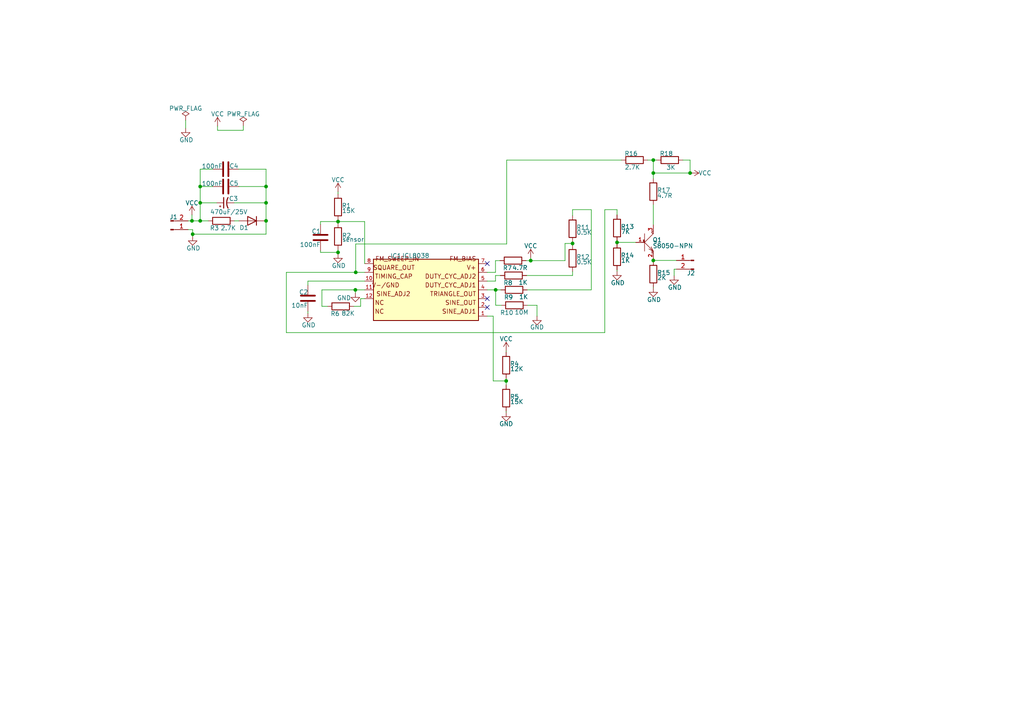
<source format=kicad_sch>
(kicad_sch
	(version 20231120)
	(generator "eeschema")
	(generator_version "8.0")
	(uuid "a4a0f92f-45b0-440a-af79-6aac5a578db4")
	(paper "A4")
	(lib_symbols
		(symbol "Connector:Conn_01x02_Male"
			(pin_names
				(offset 1.016) hide)
			(exclude_from_sim no)
			(in_bom yes)
			(on_board yes)
			(property "Reference" "J"
				(at 0 2.54 0)
				(effects
					(font
						(size 1.27 1.27)
					)
				)
			)
			(property "Value" "Conn_01x02_Male"
				(at 0 -5.08 0)
				(effects
					(font
						(size 1.27 1.27)
					)
				)
			)
			(property "Footprint" ""
				(at 0 0 0)
				(effects
					(font
						(size 1.27 1.27)
					)
					(hide yes)
				)
			)
			(property "Datasheet" "~"
				(at 0 0 0)
				(effects
					(font
						(size 1.27 1.27)
					)
					(hide yes)
				)
			)
			(property "Description" "Generic connector, single row, 01x02, script generated (kicad-library-utils/schlib/autogen/connector/)"
				(at 0 0 0)
				(effects
					(font
						(size 1.27 1.27)
					)
					(hide yes)
				)
			)
			(property "ki_keywords" "connector"
				(at 0 0 0)
				(effects
					(font
						(size 1.27 1.27)
					)
					(hide yes)
				)
			)
			(property "ki_fp_filters" "Connector*:*_1x??_*"
				(at 0 0 0)
				(effects
					(font
						(size 1.27 1.27)
					)
					(hide yes)
				)
			)
			(symbol "Conn_01x02_Male_1_1"
				(polyline
					(pts
						(xy 1.27 -2.54) (xy 0.8636 -2.54)
					)
					(stroke
						(width 0.1524)
						(type default)
					)
					(fill
						(type none)
					)
				)
				(polyline
					(pts
						(xy 1.27 0) (xy 0.8636 0)
					)
					(stroke
						(width 0.1524)
						(type default)
					)
					(fill
						(type none)
					)
				)
				(rectangle
					(start 0.8636 -2.413)
					(end 0 -2.667)
					(stroke
						(width 0.1524)
						(type default)
					)
					(fill
						(type outline)
					)
				)
				(rectangle
					(start 0.8636 0.127)
					(end 0 -0.127)
					(stroke
						(width 0.1524)
						(type default)
					)
					(fill
						(type outline)
					)
				)
				(pin passive line
					(at 5.08 0 180)
					(length 3.81)
					(name "Pin_1"
						(effects
							(font
								(size 1.27 1.27)
							)
						)
					)
					(number "1"
						(effects
							(font
								(size 1.27 1.27)
							)
						)
					)
				)
				(pin passive line
					(at 5.08 -2.54 180)
					(length 3.81)
					(name "Pin_2"
						(effects
							(font
								(size 1.27 1.27)
							)
						)
					)
					(number "2"
						(effects
							(font
								(size 1.27 1.27)
							)
						)
					)
				)
			)
		)
		(symbol "Device:C"
			(pin_numbers hide)
			(pin_names
				(offset 0.254)
			)
			(exclude_from_sim no)
			(in_bom yes)
			(on_board yes)
			(property "Reference" "C"
				(at 0.635 2.54 0)
				(effects
					(font
						(size 1.27 1.27)
					)
					(justify left)
				)
			)
			(property "Value" "C"
				(at 0.635 -2.54 0)
				(effects
					(font
						(size 1.27 1.27)
					)
					(justify left)
				)
			)
			(property "Footprint" ""
				(at 0.9652 -3.81 0)
				(effects
					(font
						(size 1.27 1.27)
					)
					(hide yes)
				)
			)
			(property "Datasheet" "~"
				(at 0 0 0)
				(effects
					(font
						(size 1.27 1.27)
					)
					(hide yes)
				)
			)
			(property "Description" "Unpolarized capacitor"
				(at 0 0 0)
				(effects
					(font
						(size 1.27 1.27)
					)
					(hide yes)
				)
			)
			(property "ki_keywords" "cap capacitor"
				(at 0 0 0)
				(effects
					(font
						(size 1.27 1.27)
					)
					(hide yes)
				)
			)
			(property "ki_fp_filters" "C_*"
				(at 0 0 0)
				(effects
					(font
						(size 1.27 1.27)
					)
					(hide yes)
				)
			)
			(symbol "C_0_1"
				(polyline
					(pts
						(xy -2.032 -0.762) (xy 2.032 -0.762)
					)
					(stroke
						(width 0.508)
						(type default)
					)
					(fill
						(type none)
					)
				)
				(polyline
					(pts
						(xy -2.032 0.762) (xy 2.032 0.762)
					)
					(stroke
						(width 0.508)
						(type default)
					)
					(fill
						(type none)
					)
				)
			)
			(symbol "C_1_1"
				(pin passive line
					(at 0 3.81 270)
					(length 2.794)
					(name "~"
						(effects
							(font
								(size 1.27 1.27)
							)
						)
					)
					(number "1"
						(effects
							(font
								(size 1.27 1.27)
							)
						)
					)
				)
				(pin passive line
					(at 0 -3.81 90)
					(length 2.794)
					(name "~"
						(effects
							(font
								(size 1.27 1.27)
							)
						)
					)
					(number "2"
						(effects
							(font
								(size 1.27 1.27)
							)
						)
					)
				)
			)
		)
		(symbol "Device:C_Polarized_Small_US"
			(pin_numbers hide)
			(pin_names
				(offset 0.254) hide)
			(exclude_from_sim no)
			(in_bom yes)
			(on_board yes)
			(property "Reference" "C"
				(at 0.254 1.778 0)
				(effects
					(font
						(size 1.27 1.27)
					)
					(justify left)
				)
			)
			(property "Value" "C_Polarized_Small_US"
				(at 0.254 -2.032 0)
				(effects
					(font
						(size 1.27 1.27)
					)
					(justify left)
				)
			)
			(property "Footprint" ""
				(at 0 0 0)
				(effects
					(font
						(size 1.27 1.27)
					)
					(hide yes)
				)
			)
			(property "Datasheet" "~"
				(at 0 0 0)
				(effects
					(font
						(size 1.27 1.27)
					)
					(hide yes)
				)
			)
			(property "Description" "Polarized capacitor, small US symbol"
				(at 0 0 0)
				(effects
					(font
						(size 1.27 1.27)
					)
					(hide yes)
				)
			)
			(property "ki_keywords" "cap capacitor"
				(at 0 0 0)
				(effects
					(font
						(size 1.27 1.27)
					)
					(hide yes)
				)
			)
			(property "ki_fp_filters" "CP_*"
				(at 0 0 0)
				(effects
					(font
						(size 1.27 1.27)
					)
					(hide yes)
				)
			)
			(symbol "C_Polarized_Small_US_0_1"
				(polyline
					(pts
						(xy -1.524 0.508) (xy 1.524 0.508)
					)
					(stroke
						(width 0.3048)
						(type default)
					)
					(fill
						(type none)
					)
				)
				(polyline
					(pts
						(xy -1.27 1.524) (xy -0.762 1.524)
					)
					(stroke
						(width 0)
						(type default)
					)
					(fill
						(type none)
					)
				)
				(polyline
					(pts
						(xy -1.016 1.27) (xy -1.016 1.778)
					)
					(stroke
						(width 0)
						(type default)
					)
					(fill
						(type none)
					)
				)
				(arc
					(start 1.524 -0.762)
					(mid 0 -0.3734)
					(end -1.524 -0.762)
					(stroke
						(width 0.3048)
						(type default)
					)
					(fill
						(type none)
					)
				)
			)
			(symbol "C_Polarized_Small_US_1_1"
				(pin passive line
					(at 0 2.54 270)
					(length 2.032)
					(name "~"
						(effects
							(font
								(size 1.27 1.27)
							)
						)
					)
					(number "1"
						(effects
							(font
								(size 1.27 1.27)
							)
						)
					)
				)
				(pin passive line
					(at 0 -2.54 90)
					(length 2.032)
					(name "~"
						(effects
							(font
								(size 1.27 1.27)
							)
						)
					)
					(number "2"
						(effects
							(font
								(size 1.27 1.27)
							)
						)
					)
				)
			)
		)
		(symbol "Device:R"
			(pin_numbers hide)
			(pin_names
				(offset 0)
			)
			(exclude_from_sim no)
			(in_bom yes)
			(on_board yes)
			(property "Reference" "R"
				(at 2.032 0 90)
				(effects
					(font
						(size 1.27 1.27)
					)
				)
			)
			(property "Value" "R"
				(at 0 0 90)
				(effects
					(font
						(size 1.27 1.27)
					)
				)
			)
			(property "Footprint" ""
				(at -1.778 0 90)
				(effects
					(font
						(size 1.27 1.27)
					)
					(hide yes)
				)
			)
			(property "Datasheet" "~"
				(at 0 0 0)
				(effects
					(font
						(size 1.27 1.27)
					)
					(hide yes)
				)
			)
			(property "Description" "Resistor"
				(at 0 0 0)
				(effects
					(font
						(size 1.27 1.27)
					)
					(hide yes)
				)
			)
			(property "ki_keywords" "R res resistor"
				(at 0 0 0)
				(effects
					(font
						(size 1.27 1.27)
					)
					(hide yes)
				)
			)
			(property "ki_fp_filters" "R_*"
				(at 0 0 0)
				(effects
					(font
						(size 1.27 1.27)
					)
					(hide yes)
				)
			)
			(symbol "R_0_1"
				(rectangle
					(start -1.016 -2.54)
					(end 1.016 2.54)
					(stroke
						(width 0.254)
						(type default)
					)
					(fill
						(type none)
					)
				)
			)
			(symbol "R_1_1"
				(pin passive line
					(at 0 3.81 270)
					(length 1.27)
					(name "~"
						(effects
							(font
								(size 1.27 1.27)
							)
						)
					)
					(number "1"
						(effects
							(font
								(size 1.27 1.27)
							)
						)
					)
				)
				(pin passive line
					(at 0 -3.81 90)
					(length 1.27)
					(name "~"
						(effects
							(font
								(size 1.27 1.27)
							)
						)
					)
					(number "2"
						(effects
							(font
								(size 1.27 1.27)
							)
						)
					)
				)
			)
		)
		(symbol "ICL8038:ICL8038"
			(pin_names
				(offset 1.016)
			)
			(exclude_from_sim no)
			(in_bom yes)
			(on_board yes)
			(property "Reference" "IC"
				(at -4.453 9.542 0)
				(effects
					(font
						(size 1.27 1.27)
					)
					(justify left bottom)
				)
			)
			(property "Value" "ICL8038"
				(at -4.4475 -11.4365 0)
				(effects
					(font
						(size 1.27 1.27)
					)
					(justify left bottom)
				)
			)
			(property "Footprint" "ICL8038:ICL8038"
				(at 0 0 0)
				(effects
					(font
						(size 1.27 1.27)
					)
					(justify bottom)
					(hide yes)
				)
			)
			(property "Datasheet" ""
				(at 0 0 0)
				(effects
					(font
						(size 1.27 1.27)
					)
					(hide yes)
				)
			)
			(property "Description" ""
				(at 0 0 0)
				(effects
					(font
						(size 1.27 1.27)
					)
					(hide yes)
				)
			)
			(property "MF" "Renesas Electronics America Inc."
				(at 0 0 0)
				(effects
					(font
						(size 1.27 1.27)
					)
					(justify bottom)
					(hide yes)
				)
			)
			(property "Description_1" "\nIC OSCILL GEN/VOLT CONTROL 14DIP\n"
				(at 0 0 0)
				(effects
					(font
						(size 1.27 1.27)
					)
					(justify bottom)
					(hide yes)
				)
			)
			(property "Package" "None"
				(at 0 0 0)
				(effects
					(font
						(size 1.27 1.27)
					)
					(justify bottom)
					(hide yes)
				)
			)
			(property "Price" "None"
				(at 0 0 0)
				(effects
					(font
						(size 1.27 1.27)
					)
					(justify bottom)
					(hide yes)
				)
			)
			(property "SnapEDA_Link" "https://www.snapeda.com/parts/ICL8038/Renesas+Electronics+America+Inc./view-part/?ref=snap"
				(at 0 0 0)
				(effects
					(font
						(size 1.27 1.27)
					)
					(justify bottom)
					(hide yes)
				)
			)
			(property "MP" "ICL8038"
				(at 0 0 0)
				(effects
					(font
						(size 1.27 1.27)
					)
					(justify bottom)
					(hide yes)
				)
			)
			(property "Availability" "Not in stock"
				(at 0 0 0)
				(effects
					(font
						(size 1.27 1.27)
					)
					(justify bottom)
					(hide yes)
				)
			)
			(property "Check_prices" "https://www.snapeda.com/parts/ICL8038/Renesas+Electronics+America+Inc./view-part/?ref=eda"
				(at 0 0 0)
				(effects
					(font
						(size 1.27 1.27)
					)
					(justify bottom)
					(hide yes)
				)
			)
			(symbol "ICL8038_0_0"
				(rectangle
					(start -15.24 -8.89)
					(end 15.24 8.89)
					(stroke
						(width 0.254)
						(type default)
					)
					(fill
						(type background)
					)
				)
				(text "DUTY_CYC_ADJ1"
					(at -14.6229 -0.6358 0)
					(effects
						(font
							(size 1.2716 1.2716)
						)
						(justify left bottom)
					)
				)
				(text "DUTY_CYC_ADJ2"
					(at -14.6314 -3.1808 0)
					(effects
						(font
							(size 1.2723 1.2723)
						)
						(justify left bottom)
					)
				)
				(text "FM_BIAS"
					(at -14.6208 -8.2639 0)
					(effects
						(font
							(size 1.2714 1.2714)
						)
						(justify left bottom)
					)
				)
				(text "FM_SWEEP_IN"
					(at 1.9063 -8.2608 0)
					(effects
						(font
							(size 1.2709 1.2709)
						)
						(justify left bottom)
					)
				)
				(text "NC"
					(at 12.0748 4.4486 0)
					(effects
						(font
							(size 1.271 1.271)
						)
						(justify left bottom)
					)
				)
				(text "NC"
					(at 12.0891 6.999 0)
					(effects
						(font
							(size 1.2725 1.2725)
						)
						(justify left bottom)
					)
				)
				(text "SINE_ADJ1"
					(at -14.6171 6.9908 0)
					(effects
						(font
							(size 1.2711 1.2711)
						)
						(justify left bottom)
					)
				)
				(text "SINE_ADJ2"
					(at 4.4526 1.9083 0)
					(effects
						(font
							(size 1.2722 1.2722)
						)
						(justify left bottom)
					)
				)
				(text "SINE_OUT"
					(at -14.6051 4.445 0)
					(effects
						(font
							(size 1.27 1.27)
						)
						(justify left bottom)
					)
				)
				(text "SQUARE_OUT"
					(at 3.1782 -5.7209 0)
					(effects
						(font
							(size 1.2713 1.2713)
						)
						(justify left bottom)
					)
				)
				(text "TIMING_CAP"
					(at 3.8167 -3.1806 0)
					(effects
						(font
							(size 1.2722 1.2722)
						)
						(justify left bottom)
					)
				)
				(text "TRIANGLE_OUT"
					(at -14.6187 1.9068 0)
					(effects
						(font
							(size 1.2712 1.2712)
						)
						(justify left bottom)
					)
				)
				(text "V+"
					(at -14.6323 -5.7257 0)
					(effects
						(font
							(size 1.2724 1.2724)
						)
						(justify left bottom)
					)
				)
				(text "V-/GND"
					(at 7.6341 -0.6362 0)
					(effects
						(font
							(size 1.2724 1.2724)
						)
						(justify left bottom)
					)
				)
				(pin passive line
					(at -17.78 7.62 0)
					(length 2.54)
					(name "~"
						(effects
							(font
								(size 1.016 1.016)
							)
						)
					)
					(number "1"
						(effects
							(font
								(size 1.016 1.016)
							)
						)
					)
				)
				(pin passive line
					(at 17.78 -2.54 180)
					(length 2.54)
					(name "~"
						(effects
							(font
								(size 1.016 1.016)
							)
						)
					)
					(number "10"
						(effects
							(font
								(size 1.016 1.016)
							)
						)
					)
				)
				(pin passive line
					(at 17.78 0 180)
					(length 2.54)
					(name "~"
						(effects
							(font
								(size 1.016 1.016)
							)
						)
					)
					(number "11"
						(effects
							(font
								(size 1.016 1.016)
							)
						)
					)
				)
				(pin passive line
					(at 17.78 2.54 180)
					(length 2.54)
					(name "~"
						(effects
							(font
								(size 1.016 1.016)
							)
						)
					)
					(number "12"
						(effects
							(font
								(size 1.016 1.016)
							)
						)
					)
				)
				(pin passive line
					(at -17.78 5.08 0)
					(length 2.54)
					(name "~"
						(effects
							(font
								(size 1.016 1.016)
							)
						)
					)
					(number "2"
						(effects
							(font
								(size 1.016 1.016)
							)
						)
					)
				)
				(pin passive line
					(at -17.78 2.54 0)
					(length 2.54)
					(name "~"
						(effects
							(font
								(size 1.016 1.016)
							)
						)
					)
					(number "3"
						(effects
							(font
								(size 1.016 1.016)
							)
						)
					)
				)
				(pin passive line
					(at -17.78 0 0)
					(length 2.54)
					(name "~"
						(effects
							(font
								(size 1.016 1.016)
							)
						)
					)
					(number "4"
						(effects
							(font
								(size 1.016 1.016)
							)
						)
					)
				)
				(pin passive line
					(at -17.78 -2.54 0)
					(length 2.54)
					(name "~"
						(effects
							(font
								(size 1.016 1.016)
							)
						)
					)
					(number "5"
						(effects
							(font
								(size 1.016 1.016)
							)
						)
					)
				)
				(pin passive line
					(at -17.78 -5.08 0)
					(length 2.54)
					(name "~"
						(effects
							(font
								(size 1.016 1.016)
							)
						)
					)
					(number "6"
						(effects
							(font
								(size 1.016 1.016)
							)
						)
					)
				)
				(pin passive line
					(at -17.78 -7.62 0)
					(length 2.54)
					(name "~"
						(effects
							(font
								(size 1.016 1.016)
							)
						)
					)
					(number "7"
						(effects
							(font
								(size 1.016 1.016)
							)
						)
					)
				)
				(pin passive line
					(at 17.78 -7.62 180)
					(length 2.54)
					(name "~"
						(effects
							(font
								(size 1.016 1.016)
							)
						)
					)
					(number "8"
						(effects
							(font
								(size 1.016 1.016)
							)
						)
					)
				)
				(pin passive line
					(at 17.78 -5.08 180)
					(length 2.54)
					(name "~"
						(effects
							(font
								(size 1.016 1.016)
							)
						)
					)
					(number "9"
						(effects
							(font
								(size 1.016 1.016)
							)
						)
					)
				)
			)
		)
		(symbol "SMD-TRANSISTORS-NPN-25V-500MW_SOT-23_:SMD-TRANSISTORS-NPN-25V-500MW_SOT-23_"
			(pin_names
				(offset 1.016)
			)
			(exclude_from_sim no)
			(in_bom yes)
			(on_board yes)
			(property "Reference" "Q"
				(at -2.5444 2.5444 0)
				(effects
					(font
						(size 1.27 1.27)
					)
					(justify left bottom)
				)
			)
			(property "Value" "SMD-TRANSISTORS-NPN-25V-500MW_SOT-23_"
				(at 3.8126 2.5418 0)
				(effects
					(font
						(size 1.27 1.27)
					)
					(justify left bottom)
				)
			)
			(property "Footprint" "SMD-TRANSISTORS-NPN-25V-500MW_SOT-23_:SOT-23"
				(at 0 0 0)
				(effects
					(font
						(size 1.27 1.27)
					)
					(justify bottom)
					(hide yes)
				)
			)
			(property "Datasheet" ""
				(at 0 0 0)
				(effects
					(font
						(size 1.27 1.27)
					)
					(hide yes)
				)
			)
			(property "Description" ""
				(at 0 0 0)
				(effects
					(font
						(size 1.27 1.27)
					)
					(hide yes)
				)
			)
			(property "MF" "MDD"
				(at 0 0 0)
				(effects
					(font
						(size 1.27 1.27)
					)
					(justify bottom)
					(hide yes)
				)
			)
			(property "Description_1" "\nBipolar (BJT) Transistor NPN 25 V 500 mA 150MHz 300 mW Surface Mount SOT-23\n"
				(at 0 0 0)
				(effects
					(font
						(size 1.27 1.27)
					)
					(justify bottom)
					(hide yes)
				)
			)
			(property "Package" "None"
				(at 0 0 0)
				(effects
					(font
						(size 1.27 1.27)
					)
					(justify bottom)
					(hide yes)
				)
			)
			(property "MPN" "S8050"
				(at 0 0 0)
				(effects
					(font
						(size 1.27 1.27)
					)
					(justify bottom)
					(hide yes)
				)
			)
			(property "Price" "None"
				(at 0 0 0)
				(effects
					(font
						(size 1.27 1.27)
					)
					(justify bottom)
					(hide yes)
				)
			)
			(property "SnapEDA_Link" "https://www.snapeda.com/parts/S8050/MDD/view-part/?ref=snap"
				(at 0 0 0)
				(effects
					(font
						(size 1.27 1.27)
					)
					(justify bottom)
					(hide yes)
				)
			)
			(property "MP" "S8050"
				(at 0 0 0)
				(effects
					(font
						(size 1.27 1.27)
					)
					(justify bottom)
					(hide yes)
				)
			)
			(property "Availability" "In Stock"
				(at 0 0 0)
				(effects
					(font
						(size 1.27 1.27)
					)
					(justify bottom)
					(hide yes)
				)
			)
			(property "Check_prices" "https://www.snapeda.com/parts/S8050/MDD/view-part/?ref=eda"
				(at 0 0 0)
				(effects
					(font
						(size 1.27 1.27)
					)
					(justify bottom)
					(hide yes)
				)
			)
			(symbol "SMD-TRANSISTORS-NPN-25V-500MW_SOT-23__0_0"
				(polyline
					(pts
						(xy 0 -2.54) (xy 0 0)
					)
					(stroke
						(width 0.1524)
						(type default)
					)
					(fill
						(type none)
					)
				)
				(polyline
					(pts
						(xy 0 0) (xy 0 2.54)
					)
					(stroke
						(width 0.1524)
						(type default)
					)
					(fill
						(type none)
					)
				)
				(polyline
					(pts
						(xy 0 0) (xy 2.54 -2.54)
					)
					(stroke
						(width 0.1524)
						(type default)
					)
					(fill
						(type none)
					)
				)
				(polyline
					(pts
						(xy 0 0) (xy 2.54 2.54)
					)
					(stroke
						(width 0.1524)
						(type default)
					)
					(fill
						(type none)
					)
				)
				(polyline
					(pts
						(xy 2.54 -2.54) (xy 1.27 -1.905)
					)
					(stroke
						(width 0.1524)
						(type default)
					)
					(fill
						(type none)
					)
				)
				(polyline
					(pts
						(xy 2.54 -2.54) (xy 1.905 -1.27)
					)
					(stroke
						(width 0.1524)
						(type default)
					)
					(fill
						(type none)
					)
				)
				(text "B"
					(at -0.6355 0 0)
					(effects
						(font
							(size 0.6355 0.6355)
						)
						(justify left bottom)
					)
				)
				(text "C"
					(at 1.9071 2.5427 0)
					(effects
						(font
							(size 0.6357 0.6357)
						)
						(justify left bottom)
					)
				)
				(text "E"
					(at 1.9062 -3.177 0)
					(effects
						(font
							(size 0.6354 0.6354)
						)
						(justify left bottom)
					)
				)
				(pin passive line
					(at -2.54 0 0)
					(length 2.54)
					(name "~"
						(effects
							(font
								(size 1.016 1.016)
							)
						)
					)
					(number "1"
						(effects
							(font
								(size 1.016 1.016)
							)
						)
					)
				)
				(pin passive line
					(at 2.54 -5.08 90)
					(length 2.54)
					(name "~"
						(effects
							(font
								(size 1.016 1.016)
							)
						)
					)
					(number "2"
						(effects
							(font
								(size 1.016 1.016)
							)
						)
					)
				)
				(pin passive line
					(at 2.54 5.08 270)
					(length 2.54)
					(name "~"
						(effects
							(font
								(size 1.016 1.016)
							)
						)
					)
					(number "3"
						(effects
							(font
								(size 1.016 1.016)
							)
						)
					)
				)
			)
		)
		(symbol "Simulation_SPICE:DIODE"
			(pin_numbers hide)
			(pin_names
				(offset 1.016) hide)
			(exclude_from_sim no)
			(in_bom yes)
			(on_board yes)
			(property "Reference" "D"
				(at 0 2.54 0)
				(effects
					(font
						(size 1.27 1.27)
					)
				)
			)
			(property "Value" "DIODE"
				(at 0 -2.54 0)
				(effects
					(font
						(size 1.27 1.27)
					)
				)
			)
			(property "Footprint" ""
				(at 0 0 0)
				(effects
					(font
						(size 1.27 1.27)
					)
					(hide yes)
				)
			)
			(property "Datasheet" "~"
				(at 0 0 0)
				(effects
					(font
						(size 1.27 1.27)
					)
					(hide yes)
				)
			)
			(property "Description" "Diode, anode on pin 1, for simulation only!"
				(at 0 0 0)
				(effects
					(font
						(size 1.27 1.27)
					)
					(hide yes)
				)
			)
			(property "Spice_Netlist_Enabled" "Y"
				(at 0 0 0)
				(effects
					(font
						(size 1.27 1.27)
					)
					(justify left)
					(hide yes)
				)
			)
			(property "Spice_Primitive" "D"
				(at 0 0 0)
				(effects
					(font
						(size 1.27 1.27)
					)
					(justify left)
					(hide yes)
				)
			)
			(property "ki_keywords" "simulation"
				(at 0 0 0)
				(effects
					(font
						(size 1.27 1.27)
					)
					(hide yes)
				)
			)
			(symbol "DIODE_0_1"
				(polyline
					(pts
						(xy 1.27 0) (xy -1.27 0)
					)
					(stroke
						(width 0)
						(type default)
					)
					(fill
						(type none)
					)
				)
				(polyline
					(pts
						(xy 1.27 1.27) (xy 1.27 -1.27)
					)
					(stroke
						(width 0.254)
						(type default)
					)
					(fill
						(type none)
					)
				)
				(polyline
					(pts
						(xy -1.27 -1.27) (xy -1.27 1.27) (xy 1.27 0) (xy -1.27 -1.27)
					)
					(stroke
						(width 0.254)
						(type default)
					)
					(fill
						(type none)
					)
				)
			)
			(symbol "DIODE_1_1"
				(pin passive line
					(at -3.81 0 0)
					(length 2.54)
					(name "A"
						(effects
							(font
								(size 1.27 1.27)
							)
						)
					)
					(number "1"
						(effects
							(font
								(size 1.27 1.27)
							)
						)
					)
				)
				(pin passive line
					(at 3.81 0 180)
					(length 2.54)
					(name "K"
						(effects
							(font
								(size 1.27 1.27)
							)
						)
					)
					(number "2"
						(effects
							(font
								(size 1.27 1.27)
							)
						)
					)
				)
			)
		)
		(symbol "power:GND"
			(power)
			(pin_names
				(offset 0)
			)
			(exclude_from_sim no)
			(in_bom yes)
			(on_board yes)
			(property "Reference" "#PWR"
				(at 0 -6.35 0)
				(effects
					(font
						(size 1.27 1.27)
					)
					(hide yes)
				)
			)
			(property "Value" "GND"
				(at 0 -3.81 0)
				(effects
					(font
						(size 1.27 1.27)
					)
				)
			)
			(property "Footprint" ""
				(at 0 0 0)
				(effects
					(font
						(size 1.27 1.27)
					)
					(hide yes)
				)
			)
			(property "Datasheet" ""
				(at 0 0 0)
				(effects
					(font
						(size 1.27 1.27)
					)
					(hide yes)
				)
			)
			(property "Description" "Power symbol creates a global label with name \"GND\" , ground"
				(at 0 0 0)
				(effects
					(font
						(size 1.27 1.27)
					)
					(hide yes)
				)
			)
			(property "ki_keywords" "power-flag"
				(at 0 0 0)
				(effects
					(font
						(size 1.27 1.27)
					)
					(hide yes)
				)
			)
			(symbol "GND_0_1"
				(polyline
					(pts
						(xy 0 0) (xy 0 -1.27) (xy 1.27 -1.27) (xy 0 -2.54) (xy -1.27 -1.27) (xy 0 -1.27)
					)
					(stroke
						(width 0)
						(type default)
					)
					(fill
						(type none)
					)
				)
			)
			(symbol "GND_1_1"
				(pin power_in line
					(at 0 0 270)
					(length 0) hide
					(name "GND"
						(effects
							(font
								(size 1.27 1.27)
							)
						)
					)
					(number "1"
						(effects
							(font
								(size 1.27 1.27)
							)
						)
					)
				)
			)
		)
		(symbol "power:PWR_FLAG"
			(power)
			(pin_numbers hide)
			(pin_names
				(offset 0) hide)
			(exclude_from_sim no)
			(in_bom yes)
			(on_board yes)
			(property "Reference" "#FLG"
				(at 0 1.905 0)
				(effects
					(font
						(size 1.27 1.27)
					)
					(hide yes)
				)
			)
			(property "Value" "PWR_FLAG"
				(at 0 3.81 0)
				(effects
					(font
						(size 1.27 1.27)
					)
				)
			)
			(property "Footprint" ""
				(at 0 0 0)
				(effects
					(font
						(size 1.27 1.27)
					)
					(hide yes)
				)
			)
			(property "Datasheet" "~"
				(at 0 0 0)
				(effects
					(font
						(size 1.27 1.27)
					)
					(hide yes)
				)
			)
			(property "Description" "Special symbol for telling ERC where power comes from"
				(at 0 0 0)
				(effects
					(font
						(size 1.27 1.27)
					)
					(hide yes)
				)
			)
			(property "ki_keywords" "power-flag"
				(at 0 0 0)
				(effects
					(font
						(size 1.27 1.27)
					)
					(hide yes)
				)
			)
			(symbol "PWR_FLAG_0_0"
				(pin power_out line
					(at 0 0 90)
					(length 0)
					(name "pwr"
						(effects
							(font
								(size 1.27 1.27)
							)
						)
					)
					(number "1"
						(effects
							(font
								(size 1.27 1.27)
							)
						)
					)
				)
			)
			(symbol "PWR_FLAG_0_1"
				(polyline
					(pts
						(xy 0 0) (xy 0 1.27) (xy -1.016 1.905) (xy 0 2.54) (xy 1.016 1.905) (xy 0 1.27)
					)
					(stroke
						(width 0)
						(type default)
					)
					(fill
						(type none)
					)
				)
			)
		)
		(symbol "power:VCC"
			(power)
			(pin_names
				(offset 0)
			)
			(exclude_from_sim no)
			(in_bom yes)
			(on_board yes)
			(property "Reference" "#PWR"
				(at 0 -3.81 0)
				(effects
					(font
						(size 1.27 1.27)
					)
					(hide yes)
				)
			)
			(property "Value" "VCC"
				(at 0 3.81 0)
				(effects
					(font
						(size 1.27 1.27)
					)
				)
			)
			(property "Footprint" ""
				(at 0 0 0)
				(effects
					(font
						(size 1.27 1.27)
					)
					(hide yes)
				)
			)
			(property "Datasheet" ""
				(at 0 0 0)
				(effects
					(font
						(size 1.27 1.27)
					)
					(hide yes)
				)
			)
			(property "Description" "Power symbol creates a global label with name \"VCC\""
				(at 0 0 0)
				(effects
					(font
						(size 1.27 1.27)
					)
					(hide yes)
				)
			)
			(property "ki_keywords" "power-flag"
				(at 0 0 0)
				(effects
					(font
						(size 1.27 1.27)
					)
					(hide yes)
				)
			)
			(symbol "VCC_0_1"
				(polyline
					(pts
						(xy -0.762 1.27) (xy 0 2.54)
					)
					(stroke
						(width 0)
						(type default)
					)
					(fill
						(type none)
					)
				)
				(polyline
					(pts
						(xy 0 0) (xy 0 2.54)
					)
					(stroke
						(width 0)
						(type default)
					)
					(fill
						(type none)
					)
				)
				(polyline
					(pts
						(xy 0 2.54) (xy 0.762 1.27)
					)
					(stroke
						(width 0)
						(type default)
					)
					(fill
						(type none)
					)
				)
			)
			(symbol "VCC_1_1"
				(pin power_in line
					(at 0 0 90)
					(length 0) hide
					(name "VCC"
						(effects
							(font
								(size 1.27 1.27)
							)
						)
					)
					(number "1"
						(effects
							(font
								(size 1.27 1.27)
							)
						)
					)
				)
			)
		)
	)
	(junction
		(at 189.484 46.4312)
		(diameter 0)
		(color 0 0 0 0)
		(uuid "0203927a-768e-4fd4-a56e-716efd989bbd")
	)
	(junction
		(at 77.1652 54.102)
		(diameter 0)
		(color 0 0 0 0)
		(uuid "0aa0b620-fdde-4724-90d2-3047572c4c9a")
	)
	(junction
		(at 143.764 84.074)
		(diameter 0)
		(color 0 0 0 0)
		(uuid "1a603ed8-c8a3-413b-a982-93249672ed6b")
	)
	(junction
		(at 178.9684 70.3072)
		(diameter 0)
		(color 0 0 0 0)
		(uuid "1b8d374c-7562-43e2-bb96-9e5104c9577a")
	)
	(junction
		(at 58.0644 58.8264)
		(diameter 0)
		(color 0 0 0 0)
		(uuid "1f95e5a6-3b83-4812-bc0d-0725dd13e583")
	)
	(junction
		(at 189.484 75.5396)
		(diameter 0)
		(color 0 0 0 0)
		(uuid "33dad402-6f98-46ae-ac4b-4c31b5b2dd64")
	)
	(junction
		(at 55.6768 64.0588)
		(diameter 0)
		(color 0 0 0 0)
		(uuid "3761bf50-c697-4ec0-9ce1-87a4cd888db2")
	)
	(junction
		(at 153.924 75.5904)
		(diameter 0)
		(color 0 0 0 0)
		(uuid "3d67a7d5-23f6-487d-804f-87b029504299")
	)
	(junction
		(at 103.1748 78.994)
		(diameter 0)
		(color 0 0 0 0)
		(uuid "7ffa581a-4aff-498a-96df-b7c756126c66")
	)
	(junction
		(at 166.0652 70.612)
		(diameter 0)
		(color 0 0 0 0)
		(uuid "8d9415ce-fac4-49fc-a897-c713e99e06e5")
	)
	(junction
		(at 146.812 110.49)
		(diameter 0)
		(color 0 0 0 0)
		(uuid "97904c57-10f0-4fd4-9780-c8f364d251cb")
	)
	(junction
		(at 55.88 67.9196)
		(diameter 0)
		(color 0 0 0 0)
		(uuid "a956e20b-ae82-4606-b1a8-804944147611")
	)
	(junction
		(at 58.0644 54.102)
		(diameter 0)
		(color 0 0 0 0)
		(uuid "c2216bb0-94d5-454e-92bd-472811fb7ccb")
	)
	(junction
		(at 77.1652 64.0588)
		(diameter 0)
		(color 0 0 0 0)
		(uuid "c8fc8d41-a1ff-432d-b7d7-d756a0affbf8")
	)
	(junction
		(at 103.0732 84.074)
		(diameter 0)
		(color 0 0 0 0)
		(uuid "e77c897e-c6f0-4ead-8ebe-c945780a36c3")
	)
	(junction
		(at 189.484 50.1904)
		(diameter 0)
		(color 0 0 0 0)
		(uuid "f64e8ede-c98b-4e70-aa52-eba590525f22")
	)
	(junction
		(at 77.1652 58.8264)
		(diameter 0)
		(color 0 0 0 0)
		(uuid "f7989973-2b9c-4bad-826a-b72072563fac")
	)
	(junction
		(at 98.044 64.262)
		(diameter 0)
		(color 0 0 0 0)
		(uuid "f8224ae6-a1bd-4e02-8b57-ec784d1b4d57")
	)
	(junction
		(at 200.152 50.1904)
		(diameter 0)
		(color 0 0 0 0)
		(uuid "fdd7b282-9555-464c-84f7-ceb4a400bb50")
	)
	(junction
		(at 98.044 73.2028)
		(diameter 0)
		(color 0 0 0 0)
		(uuid "ff178413-751a-4ec2-9a86-dc0dbafa2f46")
	)
	(junction
		(at 58.0644 64.0588)
		(diameter 0)
		(color 0 0 0 0)
		(uuid "ff2963b7-d275-4f73-8f6c-32aa658ea996")
	)
	(no_connect
		(at 141.3256 76.454)
		(uuid "0c0b52e0-51be-46f7-8e32-12dab5794f04")
	)
	(no_connect
		(at 141.3256 86.614)
		(uuid "837df0b7-72a9-4b41-b37a-de575e0ab96d")
	)
	(no_connect
		(at 141.3256 89.154)
		(uuid "837df0b7-72a9-4b41-b37a-de575e0ab96e")
	)
	(wire
		(pts
			(xy 105.7656 76.454) (xy 105.7656 64.262)
		)
		(stroke
			(width 0)
			(type default)
		)
		(uuid "00189cd1-7e52-46f2-8a84-ae81f55d83c2")
	)
	(wire
		(pts
			(xy 141.3256 91.694) (xy 143.0528 91.694)
		)
		(stroke
			(width 0)
			(type default)
		)
		(uuid "00cecb32-b8b5-4f4f-a9a4-326af522a1e5")
	)
	(wire
		(pts
			(xy 171.5008 84.074) (xy 171.5008 60.8076)
		)
		(stroke
			(width 0)
			(type default)
		)
		(uuid "07c13883-b7d9-44dd-ab80-577ddb17aa4e")
	)
	(wire
		(pts
			(xy 198.0692 46.4312) (xy 200.152 46.4312)
		)
		(stroke
			(width 0)
			(type default)
		)
		(uuid "09bcec89-5efb-4bab-9293-c728f29965c0")
	)
	(wire
		(pts
			(xy 195.5292 78.0796) (xy 195.5292 79.9592)
		)
		(stroke
			(width 0)
			(type default)
		)
		(uuid "09d3376e-2b8f-4c5b-9213-c02e95ff21ae")
	)
	(wire
		(pts
			(xy 145.3896 88.5444) (xy 143.764 88.5444)
		)
		(stroke
			(width 0)
			(type default)
		)
		(uuid "0b1e5b91-e105-4c5f-98ec-c1a36e08b712")
	)
	(wire
		(pts
			(xy 143.7132 75.5904) (xy 144.9832 75.5904)
		)
		(stroke
			(width 0)
			(type default)
		)
		(uuid "0b7199b1-7737-4293-8675-237178f67ebb")
	)
	(wire
		(pts
			(xy 58.0644 64.0588) (xy 60.4012 64.0588)
		)
		(stroke
			(width 0)
			(type default)
		)
		(uuid "0eb94ccd-254e-4595-9bf4-453e98bfc35e")
	)
	(wire
		(pts
			(xy 178.9684 70.3072) (xy 184.404 70.3072)
		)
		(stroke
			(width 0)
			(type default)
		)
		(uuid "0f3927bd-85c7-4a5c-8f6f-64ff501c597f")
	)
	(wire
		(pts
			(xy 98.044 55.6768) (xy 98.044 56.2356)
		)
		(stroke
			(width 0)
			(type default)
		)
		(uuid "118e68c7-cd44-4e76-acc0-7fc56baf910d")
	)
	(wire
		(pts
			(xy 146.812 101.8032) (xy 146.812 102.108)
		)
		(stroke
			(width 0)
			(type default)
		)
		(uuid "14b591d2-35f2-4eb3-8882-5eccb595cf85")
	)
	(wire
		(pts
			(xy 55.88 67.9196) (xy 55.88 68.58)
		)
		(stroke
			(width 0)
			(type default)
		)
		(uuid "1883ae71-87c4-4070-a42b-64f140c5adcf")
	)
	(wire
		(pts
			(xy 89.3064 81.534) (xy 89.3064 82.7024)
		)
		(stroke
			(width 0)
			(type default)
		)
		(uuid "1beba09a-d470-425f-bec6-5f46d97c2d24")
	)
	(wire
		(pts
			(xy 98.044 63.8556) (xy 98.044 64.262)
		)
		(stroke
			(width 0)
			(type default)
		)
		(uuid "20f8d8fd-0ab6-44f7-9057-3aa3b54a07c3")
	)
	(wire
		(pts
			(xy 55.88 66.5988) (xy 55.88 67.9196)
		)
		(stroke
			(width 0)
			(type default)
		)
		(uuid "24596e5d-a0b9-4bd7-9820-0cf7df219b28")
	)
	(wire
		(pts
			(xy 196.1896 78.0796) (xy 195.5292 78.0796)
		)
		(stroke
			(width 0)
			(type default)
		)
		(uuid "27700c96-47ec-49b4-b721-7e4cbc42f837")
	)
	(wire
		(pts
			(xy 103.1748 70.7644) (xy 146.9644 70.7644)
		)
		(stroke
			(width 0)
			(type default)
		)
		(uuid "2a9043c7-33bd-4724-a9e8-f858f96b16cc")
	)
	(wire
		(pts
			(xy 63.0936 37.7952) (xy 70.5612 37.7952)
		)
		(stroke
			(width 0)
			(type default)
		)
		(uuid "2c2df4d3-f1bc-41a3-81c9-289b1cbe10d3")
	)
	(wire
		(pts
			(xy 98.044 73.2028) (xy 98.044 73.66)
		)
		(stroke
			(width 0)
			(type default)
		)
		(uuid "2e027bfb-7e5e-4233-9483-fc22fd458615")
	)
	(wire
		(pts
			(xy 143.764 84.074) (xy 143.764 88.5444)
		)
		(stroke
			(width 0)
			(type default)
		)
		(uuid "3160a631-e48d-485a-be73-2d1dcd952be8")
	)
	(wire
		(pts
			(xy 141.3256 84.074) (xy 143.764 84.074)
		)
		(stroke
			(width 0)
			(type default)
		)
		(uuid "31b9cd54-8bed-4eca-95d0-454633774955")
	)
	(wire
		(pts
			(xy 69.2912 54.102) (xy 77.1652 54.102)
		)
		(stroke
			(width 0)
			(type default)
		)
		(uuid "3541f7a1-6a85-4881-b177-c47491b4521c")
	)
	(wire
		(pts
			(xy 146.812 119.2784) (xy 146.812 119.5832)
		)
		(stroke
			(width 0)
			(type default)
		)
		(uuid "379b5380-bb72-4f82-8b81-48ade37c22cb")
	)
	(wire
		(pts
			(xy 187.8584 46.4312) (xy 189.484 46.4312)
		)
		(stroke
			(width 0)
			(type default)
		)
		(uuid "3a36a1b7-2d1a-4f63-acf0-25a67d0db70f")
	)
	(wire
		(pts
			(xy 143.764 84.074) (xy 145.288 84.074)
		)
		(stroke
			(width 0)
			(type default)
		)
		(uuid "3cecf98e-d197-4f8d-9130-0145ef79f483")
	)
	(wire
		(pts
			(xy 152.908 84.074) (xy 171.5008 84.074)
		)
		(stroke
			(width 0)
			(type default)
		)
		(uuid "3f48a4d6-81c2-47ef-b74c-010bf6055cf9")
	)
	(wire
		(pts
			(xy 103.0732 84.074) (xy 105.7656 84.074)
		)
		(stroke
			(width 0)
			(type default)
		)
		(uuid "4184d2a1-d563-4e63-85cc-5cf9983c65ac")
	)
	(wire
		(pts
			(xy 200.152 50.1904) (xy 189.484 50.1904)
		)
		(stroke
			(width 0)
			(type default)
		)
		(uuid "450010bf-e050-4ad1-b693-1e63c9ab497d")
	)
	(wire
		(pts
			(xy 58.0644 54.102) (xy 61.6712 54.102)
		)
		(stroke
			(width 0)
			(type default)
		)
		(uuid "4aa23f32-9578-40c4-86d3-0b0d48822c79")
	)
	(wire
		(pts
			(xy 83.058 78.994) (xy 83.058 96.4692)
		)
		(stroke
			(width 0)
			(type default)
		)
		(uuid "4f32ef88-4130-4c4c-99fa-e72033ed600d")
	)
	(wire
		(pts
			(xy 143.0528 110.49) (xy 146.812 110.49)
		)
		(stroke
			(width 0)
			(type default)
		)
		(uuid "4f54c78a-2592-41cd-aa00-8362819f2d9c")
	)
	(wire
		(pts
			(xy 92.964 73.2028) (xy 98.044 73.2028)
		)
		(stroke
			(width 0)
			(type default)
		)
		(uuid "4fbfd12b-79a6-4820-aa91-b8836186e716")
	)
	(wire
		(pts
			(xy 69.2912 49.0728) (xy 77.1652 49.0728)
		)
		(stroke
			(width 0)
			(type default)
		)
		(uuid "4fd0d70a-0ae8-4d2a-9d83-0ff18b74f271")
	)
	(wire
		(pts
			(xy 178.9684 78.2828) (xy 178.9684 78.6384)
		)
		(stroke
			(width 0)
			(type default)
		)
		(uuid "5216a5b4-51bb-4309-9db2-53ec8ee94017")
	)
	(wire
		(pts
			(xy 94.996 88.8492) (xy 93.3704 88.8492)
		)
		(stroke
			(width 0)
			(type default)
		)
		(uuid "56300cd9-d7ce-40f9-841d-4ec2ec585574")
	)
	(wire
		(pts
			(xy 92.964 64.262) (xy 98.044 64.262)
		)
		(stroke
			(width 0)
			(type default)
		)
		(uuid "56fc8f22-3f73-48e6-b75f-7232f6dabfd9")
	)
	(wire
		(pts
			(xy 189.484 75.3872) (xy 189.484 75.5396)
		)
		(stroke
			(width 0)
			(type default)
		)
		(uuid "5c632430-f38e-4ec3-b54a-33a30a7065b8")
	)
	(wire
		(pts
			(xy 189.484 75.5396) (xy 196.1896 75.5396)
		)
		(stroke
			(width 0)
			(type default)
		)
		(uuid "5f11f6be-a741-4d5b-810f-45e6db2d016b")
	)
	(wire
		(pts
			(xy 189.484 83.312) (xy 189.484 83.5152)
		)
		(stroke
			(width 0)
			(type default)
		)
		(uuid "6118cc77-fa1c-4760-b927-7774bd451eb8")
	)
	(wire
		(pts
			(xy 54.5592 64.0588) (xy 55.6768 64.0588)
		)
		(stroke
			(width 0)
			(type default)
		)
		(uuid "6de4ff9f-3c4c-4698-87ad-04147f4601c4")
	)
	(wire
		(pts
			(xy 146.9644 46.4312) (xy 180.2384 46.4312)
		)
		(stroke
			(width 0)
			(type default)
		)
		(uuid "6f02ae8a-441d-4134-a5d4-154b158016f8")
	)
	(wire
		(pts
			(xy 189.484 50.1904) (xy 189.484 51.7652)
		)
		(stroke
			(width 0)
			(type default)
		)
		(uuid "70a70abc-6b15-42f6-ba8e-459b645a275d")
	)
	(wire
		(pts
			(xy 166.0652 60.8076) (xy 166.0652 62.5348)
		)
		(stroke
			(width 0)
			(type default)
		)
		(uuid "745b632b-0f35-4c13-bb82-ef41a89b1d2d")
	)
	(wire
		(pts
			(xy 178.9684 60.8076) (xy 178.9684 62.3316)
		)
		(stroke
			(width 0)
			(type default)
		)
		(uuid "787d398f-cc64-4946-8740-417d90d53b9b")
	)
	(wire
		(pts
			(xy 98.044 64.262) (xy 98.044 64.77)
		)
		(stroke
			(width 0)
			(type default)
		)
		(uuid "79e378fe-5386-4167-afbf-797fceb8919c")
	)
	(wire
		(pts
			(xy 92.964 65.0748) (xy 92.964 64.262)
		)
		(stroke
			(width 0)
			(type default)
		)
		(uuid "7a7cc43e-5da6-47b5-b0cb-9265456bf59f")
	)
	(wire
		(pts
			(xy 175.4124 60.8076) (xy 175.4124 96.4692)
		)
		(stroke
			(width 0)
			(type default)
		)
		(uuid "7af818fe-69ce-4919-8340-45f2c2a13657")
	)
	(wire
		(pts
			(xy 178.9684 70.3072) (xy 178.9684 70.6628)
		)
		(stroke
			(width 0)
			(type default)
		)
		(uuid "7bb961f0-5ab1-42db-9234-2f77635e1bb8")
	)
	(wire
		(pts
			(xy 153.924 74.8284) (xy 153.924 75.5904)
		)
		(stroke
			(width 0)
			(type default)
		)
		(uuid "7be201be-ee3a-4be5-b5b3-082d9e5cb6b1")
	)
	(wire
		(pts
			(xy 189.484 65.2272) (xy 189.484 59.3852)
		)
		(stroke
			(width 0)
			(type default)
		)
		(uuid "802151f5-29ec-4166-a8cb-828758c7bed5")
	)
	(wire
		(pts
			(xy 105.7656 81.534) (xy 89.3064 81.534)
		)
		(stroke
			(width 0)
			(type default)
		)
		(uuid "81224688-797f-4942-8ea5-4e0425028413")
	)
	(wire
		(pts
			(xy 70.5612 37.7952) (xy 70.5612 36.5252)
		)
		(stroke
			(width 0)
			(type default)
		)
		(uuid "8138de5f-c81b-4a0f-8fc7-ba4b83bbd2ef")
	)
	(wire
		(pts
			(xy 93.3704 88.8492) (xy 93.3704 84.074)
		)
		(stroke
			(width 0)
			(type default)
		)
		(uuid "84278298-703a-4a7e-a462-74d3a75b1869")
	)
	(wire
		(pts
			(xy 83.058 78.994) (xy 103.1748 78.994)
		)
		(stroke
			(width 0)
			(type default)
		)
		(uuid "84b32ed3-fa01-40a4-892d-69da008f5750")
	)
	(wire
		(pts
			(xy 200.152 46.4312) (xy 200.152 50.1904)
		)
		(stroke
			(width 0)
			(type default)
		)
		(uuid "86756871-3dee-47dc-ba9b-dffc43791f56")
	)
	(wire
		(pts
			(xy 166.0652 78.74) (xy 166.0652 79.9084)
		)
		(stroke
			(width 0)
			(type default)
		)
		(uuid "86d56e84-739c-4394-8fbe-fc5aa4fab53b")
	)
	(wire
		(pts
			(xy 143.0528 91.694) (xy 143.0528 110.49)
		)
		(stroke
			(width 0)
			(type default)
		)
		(uuid "8927ab6a-f31e-4f6d-956e-27fe6aace95a")
	)
	(wire
		(pts
			(xy 58.0644 58.8264) (xy 58.0644 64.0588)
		)
		(stroke
			(width 0)
			(type default)
		)
		(uuid "89cfb16f-7497-4f18-aea9-47730950ef7f")
	)
	(wire
		(pts
			(xy 93.3704 84.074) (xy 103.0732 84.074)
		)
		(stroke
			(width 0)
			(type default)
		)
		(uuid "8b2162e2-9f5b-4301-9557-92a400f2e9ec")
	)
	(wire
		(pts
			(xy 189.484 75.5396) (xy 189.484 75.692)
		)
		(stroke
			(width 0)
			(type default)
		)
		(uuid "8d06b773-eec1-429c-8112-b35b07fcdbe9")
	)
	(wire
		(pts
			(xy 143.7132 78.994) (xy 143.7132 75.5904)
		)
		(stroke
			(width 0)
			(type default)
		)
		(uuid "8dcfc2b5-d803-4af7-a9e5-dffac944c7b2")
	)
	(wire
		(pts
			(xy 153.0096 88.5444) (xy 155.7528 88.5444)
		)
		(stroke
			(width 0)
			(type default)
		)
		(uuid "8f9ea877-06a0-446e-9182-f665fc04f5b8")
	)
	(wire
		(pts
			(xy 105.7656 86.614) (xy 104.5972 86.614)
		)
		(stroke
			(width 0)
			(type default)
		)
		(uuid "9003ae93-8471-4bc7-bdc3-6601c4bfe0a5")
	)
	(wire
		(pts
			(xy 103.0732 84.074) (xy 103.0732 84.9884)
		)
		(stroke
			(width 0)
			(type default)
		)
		(uuid "92d649e4-6b8d-4e53-a04a-7f6aecec5aae")
	)
	(wire
		(pts
			(xy 105.7656 64.262) (xy 98.044 64.262)
		)
		(stroke
			(width 0)
			(type default)
		)
		(uuid "936fcb72-f359-4cbf-9fae-b4f155649277")
	)
	(wire
		(pts
			(xy 146.812 110.49) (xy 146.812 111.6584)
		)
		(stroke
			(width 0)
			(type default)
		)
		(uuid "97a906e2-a9a6-4695-bde2-51ddc2a72f0a")
	)
	(wire
		(pts
			(xy 146.9644 70.7644) (xy 146.9644 46.4312)
		)
		(stroke
			(width 0)
			(type default)
		)
		(uuid "991619a3-82e5-4d50-9f49-86306ff4b0b6")
	)
	(wire
		(pts
			(xy 103.1748 78.994) (xy 105.7656 78.994)
		)
		(stroke
			(width 0)
			(type default)
		)
		(uuid "992d131b-d19f-4981-b0fa-3aeb1dbb4277")
	)
	(wire
		(pts
			(xy 83.058 96.4692) (xy 175.4124 96.4692)
		)
		(stroke
			(width 0)
			(type default)
		)
		(uuid "9cf775f2-c96b-475d-bf9c-1297edac4e4a")
	)
	(wire
		(pts
			(xy 178.9684 69.9516) (xy 178.9684 70.3072)
		)
		(stroke
			(width 0)
			(type default)
		)
		(uuid "9daa8795-c163-4f79-934f-f47927eaab8b")
	)
	(wire
		(pts
			(xy 98.044 72.39) (xy 98.044 73.2028)
		)
		(stroke
			(width 0)
			(type default)
		)
		(uuid "9e5bb35f-7e7d-420e-a5ad-967a292c9069")
	)
	(wire
		(pts
			(xy 103.1748 78.994) (xy 103.1748 70.7644)
		)
		(stroke
			(width 0)
			(type default)
		)
		(uuid "9e6cf3d3-f270-4241-bc65-6e5463371557")
	)
	(wire
		(pts
			(xy 141.3256 81.534) (xy 143.7132 81.534)
		)
		(stroke
			(width 0)
			(type default)
		)
		(uuid "9f0bf534-9a84-4b4e-b2a3-116e0eb009a1")
	)
	(wire
		(pts
			(xy 166.0652 70.1548) (xy 166.0652 70.612)
		)
		(stroke
			(width 0)
			(type default)
		)
		(uuid "a3935187-8fcd-4ae3-ac45-5b2a5ccf9255")
	)
	(wire
		(pts
			(xy 153.924 75.5904) (xy 163.8808 75.5904)
		)
		(stroke
			(width 0)
			(type default)
		)
		(uuid "a93ae281-76d7-4cef-8268-733078419608")
	)
	(wire
		(pts
			(xy 54.5592 66.5988) (xy 55.88 66.5988)
		)
		(stroke
			(width 0)
			(type default)
		)
		(uuid "a9ca07d9-a603-40ee-aeca-fdbd65981434")
	)
	(wire
		(pts
			(xy 166.0652 70.612) (xy 166.0652 71.12)
		)
		(stroke
			(width 0)
			(type default)
		)
		(uuid "ab23bf86-2c4c-4fad-9ff1-5127cb8af274")
	)
	(wire
		(pts
			(xy 155.7528 88.5444) (xy 155.7528 91.694)
		)
		(stroke
			(width 0)
			(type default)
		)
		(uuid "abbd9045-dd1e-40a4-86fd-138f3103b4ab")
	)
	(wire
		(pts
			(xy 152.7556 79.9084) (xy 166.0652 79.9084)
		)
		(stroke
			(width 0)
			(type default)
		)
		(uuid "acd53a5a-94be-4559-bd2c-9e86aa77f02a")
	)
	(wire
		(pts
			(xy 189.484 46.4312) (xy 190.4492 46.4312)
		)
		(stroke
			(width 0)
			(type default)
		)
		(uuid "ad9d0638-2b82-4404-b72a-ed28d09f364b")
	)
	(wire
		(pts
			(xy 92.964 72.6948) (xy 92.964 73.2028)
		)
		(stroke
			(width 0)
			(type default)
		)
		(uuid "b084aa0b-28a3-42bb-8852-45c691fc5bb2")
	)
	(wire
		(pts
			(xy 67.9196 58.8264) (xy 77.1652 58.8264)
		)
		(stroke
			(width 0)
			(type default)
		)
		(uuid "b22aad8e-79f0-44af-95cc-46fb7a14eef6")
	)
	(wire
		(pts
			(xy 175.4124 60.8076) (xy 178.9684 60.8076)
		)
		(stroke
			(width 0)
			(type default)
		)
		(uuid "b41866d7-3ffc-4617-85d8-ea9eab189515")
	)
	(wire
		(pts
			(xy 63.0936 36.576) (xy 63.0936 37.7952)
		)
		(stroke
			(width 0)
			(type default)
		)
		(uuid "b6f3d6c3-e0de-484d-bdbc-53f7fce56710")
	)
	(wire
		(pts
			(xy 171.5008 60.8076) (xy 166.0652 60.8076)
		)
		(stroke
			(width 0)
			(type default)
		)
		(uuid "bf1f3e0a-b0a9-4245-93ff-f89794caad9f")
	)
	(wire
		(pts
			(xy 189.484 46.4312) (xy 189.484 50.1904)
		)
		(stroke
			(width 0)
			(type default)
		)
		(uuid "c035ccc2-19fa-4e96-b890-0ddb8829cdd9")
	)
	(wire
		(pts
			(xy 77.1652 67.9196) (xy 77.1652 64.0588)
		)
		(stroke
			(width 0)
			(type default)
		)
		(uuid "c05bcacc-3302-4719-9a13-626baf6411f3")
	)
	(wire
		(pts
			(xy 104.5972 86.614) (xy 104.5972 88.8492)
		)
		(stroke
			(width 0)
			(type default)
		)
		(uuid "c1079f68-9ff6-4eab-a4dc-9540f1c21368")
	)
	(wire
		(pts
			(xy 55.88 67.9196) (xy 77.1652 67.9196)
		)
		(stroke
			(width 0)
			(type default)
		)
		(uuid "c1efe3a3-0e18-432c-b5f0-a210375b86f2")
	)
	(wire
		(pts
			(xy 58.0644 58.8264) (xy 62.8396 58.8264)
		)
		(stroke
			(width 0)
			(type default)
		)
		(uuid "c3157e2a-3046-4b2c-9f7d-2b0b95aa94cc")
	)
	(wire
		(pts
			(xy 77.1652 64.0588) (xy 76.9112 64.0588)
		)
		(stroke
			(width 0)
			(type default)
		)
		(uuid "c4b01f57-63d8-4238-b679-6bc41783f472")
	)
	(wire
		(pts
			(xy 58.0644 54.102) (xy 58.0644 49.0728)
		)
		(stroke
			(width 0)
			(type default)
		)
		(uuid "cbd1a150-92e8-4abe-a99f-71c15a622be4")
	)
	(wire
		(pts
			(xy 77.1652 54.102) (xy 77.1652 58.8264)
		)
		(stroke
			(width 0)
			(type default)
		)
		(uuid "cf005991-b244-4a67-ac83-43149b7ddc9e")
	)
	(wire
		(pts
			(xy 58.0644 54.102) (xy 58.0644 58.8264)
		)
		(stroke
			(width 0)
			(type default)
		)
		(uuid "d07682bc-4367-48df-a1d1-fcd802b5b14a")
	)
	(wire
		(pts
			(xy 77.1652 58.8264) (xy 77.1652 64.0588)
		)
		(stroke
			(width 0)
			(type default)
		)
		(uuid "d11d121d-073a-43d4-b574-bb704cce940d")
	)
	(wire
		(pts
			(xy 55.6768 64.0588) (xy 58.0644 64.0588)
		)
		(stroke
			(width 0)
			(type default)
		)
		(uuid "d5bfd345-6b1c-4017-81b9-389203dcc0b4")
	)
	(wire
		(pts
			(xy 163.8808 70.612) (xy 166.0652 70.612)
		)
		(stroke
			(width 0)
			(type default)
		)
		(uuid "d7d0442a-aa0f-46aa-a037-e06bdc90bc27")
	)
	(wire
		(pts
			(xy 102.616 88.8492) (xy 104.5972 88.8492)
		)
		(stroke
			(width 0)
			(type default)
		)
		(uuid "e178a147-a582-4c20-8a1c-24041e9144b8")
	)
	(wire
		(pts
			(xy 143.7132 81.534) (xy 143.7132 79.9084)
		)
		(stroke
			(width 0)
			(type default)
		)
		(uuid "e1c87b4f-9802-47ca-869f-e75f6382232c")
	)
	(wire
		(pts
			(xy 163.8808 75.5904) (xy 163.8808 70.612)
		)
		(stroke
			(width 0)
			(type default)
		)
		(uuid "e4602444-7b22-4181-b276-4cb232972049")
	)
	(wire
		(pts
			(xy 141.3256 78.994) (xy 143.7132 78.994)
		)
		(stroke
			(width 0)
			(type default)
		)
		(uuid "e8a9575c-4c8e-41ca-99d6-e4496134b783")
	)
	(wire
		(pts
			(xy 146.812 110.49) (xy 146.812 109.728)
		)
		(stroke
			(width 0)
			(type default)
		)
		(uuid "e9bbabd5-7c77-4417-86ec-74d530849691")
	)
	(wire
		(pts
			(xy 89.3064 90.3224) (xy 89.3064 90.8812)
		)
		(stroke
			(width 0)
			(type default)
		)
		(uuid "ea71110f-dec0-4a96-b59e-ed4ad3dabdb1")
	)
	(wire
		(pts
			(xy 53.848 34.8996) (xy 53.848 37.1856)
		)
		(stroke
			(width 0)
			(type default)
		)
		(uuid "eb22681e-ff68-4cf4-aa5a-bfa54f8f6dfa")
	)
	(wire
		(pts
			(xy 143.7132 79.9084) (xy 145.1356 79.9084)
		)
		(stroke
			(width 0)
			(type default)
		)
		(uuid "ed3dfdd0-cb90-4e8f-9873-817b3ddd634b")
	)
	(wire
		(pts
			(xy 58.0644 49.0728) (xy 61.6712 49.0728)
		)
		(stroke
			(width 0)
			(type default)
		)
		(uuid "edd7d612-2b08-4604-993c-41345969750f")
	)
	(wire
		(pts
			(xy 152.6032 75.5904) (xy 153.924 75.5904)
		)
		(stroke
			(width 0)
			(type default)
		)
		(uuid "f8e14beb-b07e-4243-bc33-71bc21c67fda")
	)
	(wire
		(pts
			(xy 77.1652 49.0728) (xy 77.1652 54.102)
		)
		(stroke
			(width 0)
			(type default)
		)
		(uuid "f9abf348-b962-4d31-9844-752dd885aa08")
	)
	(wire
		(pts
			(xy 55.6768 62.3316) (xy 55.6768 64.0588)
		)
		(stroke
			(width 0)
			(type default)
		)
		(uuid "fa348b3c-a2db-44b2-a395-b5b14a1d8ec6")
	)
	(wire
		(pts
			(xy 68.0212 64.0588) (xy 69.2912 64.0588)
		)
		(stroke
			(width 0)
			(type default)
		)
		(uuid "fdaba34b-abd2-43d3-a0e3-afd1f8f2095d")
	)
	(symbol
		(lib_id "Device:R")
		(at 149.098 84.074 90)
		(unit 1)
		(exclude_from_sim no)
		(in_bom yes)
		(on_board yes)
		(dnp no)
		(uuid "02f49751-c7db-4eb7-832c-40685ca60ffa")
		(property "Reference" "R9"
			(at 148.844 86.2076 90)
			(effects
				(font
					(size 1.27 1.27)
				)
				(justify left)
			)
		)
		(property "Value" "1K"
			(at 153.2128 86.106 90)
			(effects
				(font
					(size 1.27 1.27)
				)
				(justify left)
			)
		)
		(property "Footprint" "Resistor_SMD:R_0603_1608Metric"
			(at 149.098 85.852 90)
			(effects
				(font
					(size 1.27 1.27)
				)
				(hide yes)
			)
		)
		(property "Datasheet" "~"
			(at 149.098 84.074 0)
			(effects
				(font
					(size 1.27 1.27)
				)
				(hide yes)
			)
		)
		(property "Description" ""
			(at 149.098 84.074 0)
			(effects
				(font
					(size 1.27 1.27)
				)
				(hide yes)
			)
		)
		(pin "1"
			(uuid "ab7202d0-f62f-4f33-8662-7987733e1338")
		)
		(pin "2"
			(uuid "b721f758-44bd-447b-94ad-957fd61cf31f")
		)
		(instances
			(project ""
				(path "/a4a0f92f-45b0-440a-af79-6aac5a578db4"
					(reference "R9")
					(unit 1)
				)
			)
		)
	)
	(symbol
		(lib_id "power:GND")
		(at 103.0732 84.9884 0)
		(unit 1)
		(exclude_from_sim no)
		(in_bom yes)
		(on_board yes)
		(dnp no)
		(uuid "0d785d98-6905-44c3-baad-4c42bf360300")
		(property "Reference" "#PWR04"
			(at 103.0732 91.3384 0)
			(effects
				(font
					(size 1.27 1.27)
				)
				(hide yes)
			)
		)
		(property "Value" "GND"
			(at 99.7712 86.4108 0)
			(effects
				(font
					(size 1.27 1.27)
				)
			)
		)
		(property "Footprint" ""
			(at 103.0732 84.9884 0)
			(effects
				(font
					(size 1.27 1.27)
				)
				(hide yes)
			)
		)
		(property "Datasheet" ""
			(at 103.0732 84.9884 0)
			(effects
				(font
					(size 1.27 1.27)
				)
				(hide yes)
			)
		)
		(property "Description" ""
			(at 103.0732 84.9884 0)
			(effects
				(font
					(size 1.27 1.27)
				)
				(hide yes)
			)
		)
		(pin "1"
			(uuid "3812dcac-d7af-4099-a070-7183165fc528")
		)
		(instances
			(project ""
				(path "/a4a0f92f-45b0-440a-af79-6aac5a578db4"
					(reference "#PWR04")
					(unit 1)
				)
			)
		)
	)
	(symbol
		(lib_id "power:GND")
		(at 98.044 73.66 0)
		(unit 1)
		(exclude_from_sim no)
		(in_bom yes)
		(on_board yes)
		(dnp no)
		(uuid "15f267af-9bf6-4fcf-8f10-221f22338330")
		(property "Reference" "#PWR03"
			(at 98.044 80.01 0)
			(effects
				(font
					(size 1.27 1.27)
				)
				(hide yes)
			)
		)
		(property "Value" "GND"
			(at 98.2472 77.0636 0)
			(effects
				(font
					(size 1.27 1.27)
				)
			)
		)
		(property "Footprint" ""
			(at 98.044 73.66 0)
			(effects
				(font
					(size 1.27 1.27)
				)
				(hide yes)
			)
		)
		(property "Datasheet" ""
			(at 98.044 73.66 0)
			(effects
				(font
					(size 1.27 1.27)
				)
				(hide yes)
			)
		)
		(property "Description" ""
			(at 98.044 73.66 0)
			(effects
				(font
					(size 1.27 1.27)
				)
				(hide yes)
			)
		)
		(pin "1"
			(uuid "4e04fe0d-db84-4f6d-b5ce-39482242ee1b")
		)
		(instances
			(project ""
				(path "/a4a0f92f-45b0-440a-af79-6aac5a578db4"
					(reference "#PWR03")
					(unit 1)
				)
			)
		)
	)
	(symbol
		(lib_id "Device:C")
		(at 89.3064 86.5124 0)
		(unit 1)
		(exclude_from_sim no)
		(in_bom yes)
		(on_board yes)
		(dnp no)
		(uuid "1a7ec592-9847-4500-80f5-461fcf7f7061")
		(property "Reference" "C2"
			(at 86.7156 84.7344 0)
			(effects
				(font
					(size 1.27 1.27)
				)
				(justify left)
			)
		)
		(property "Value" "10nF"
			(at 84.4804 88.5952 0)
			(effects
				(font
					(size 1.27 1.27)
				)
				(justify left)
			)
		)
		(property "Footprint" "Capacitor_SMD:C_0603_1608Metric"
			(at 90.2716 90.3224 0)
			(effects
				(font
					(size 1.27 1.27)
				)
				(hide yes)
			)
		)
		(property "Datasheet" "~"
			(at 89.3064 86.5124 0)
			(effects
				(font
					(size 1.27 1.27)
				)
				(hide yes)
			)
		)
		(property "Description" ""
			(at 89.3064 86.5124 0)
			(effects
				(font
					(size 1.27 1.27)
				)
				(hide yes)
			)
		)
		(pin "1"
			(uuid "0788f907-7d0d-43e3-af95-61643ca0f7c2")
		)
		(pin "2"
			(uuid "3a183420-105e-47ed-888e-dde366f2db93")
		)
		(instances
			(project ""
				(path "/a4a0f92f-45b0-440a-af79-6aac5a578db4"
					(reference "C2")
					(unit 1)
				)
			)
		)
	)
	(symbol
		(lib_id "Device:R")
		(at 189.484 79.502 0)
		(unit 1)
		(exclude_from_sim no)
		(in_bom yes)
		(on_board yes)
		(dnp no)
		(uuid "1e219d5b-bd9f-40a2-97a5-f45822e3c1d0")
		(property "Reference" "R15"
			(at 190.5508 79.0956 0)
			(effects
				(font
					(size 1.27 1.27)
				)
				(justify left)
			)
		)
		(property "Value" "2K"
			(at 190.6016 80.5688 0)
			(effects
				(font
					(size 1.27 1.27)
				)
				(justify left)
			)
		)
		(property "Footprint" "Resistor_SMD:R_0603_1608Metric"
			(at 187.706 79.502 90)
			(effects
				(font
					(size 1.27 1.27)
				)
				(hide yes)
			)
		)
		(property "Datasheet" "~"
			(at 189.484 79.502 0)
			(effects
				(font
					(size 1.27 1.27)
				)
				(hide yes)
			)
		)
		(property "Description" ""
			(at 189.484 79.502 0)
			(effects
				(font
					(size 1.27 1.27)
				)
				(hide yes)
			)
		)
		(pin "1"
			(uuid "e258e139-53c6-4c7b-b86d-d2130a6b7f09")
		)
		(pin "2"
			(uuid "0016b9d4-ddd2-4e89-89cb-d861a7ac1808")
		)
		(instances
			(project ""
				(path "/a4a0f92f-45b0-440a-af79-6aac5a578db4"
					(reference "R15")
					(unit 1)
				)
			)
		)
	)
	(symbol
		(lib_id "Device:C")
		(at 65.4812 49.0728 270)
		(unit 1)
		(exclude_from_sim no)
		(in_bom yes)
		(on_board yes)
		(dnp no)
		(uuid "3b7cae70-8b26-46e1-bd74-5d3c41d80260")
		(property "Reference" "C4"
			(at 66.4972 48.1584 90)
			(effects
				(font
					(size 1.27 1.27)
				)
				(justify left)
			)
		)
		(property "Value" "100nF"
			(at 58.4708 48.2092 90)
			(effects
				(font
					(size 1.27 1.27)
				)
				(justify left)
			)
		)
		(property "Footprint" "Capacitor_SMD:C_0603_1608Metric"
			(at 61.6712 50.038 0)
			(effects
				(font
					(size 1.27 1.27)
				)
				(hide yes)
			)
		)
		(property "Datasheet" "~"
			(at 65.4812 49.0728 0)
			(effects
				(font
					(size 1.27 1.27)
				)
				(hide yes)
			)
		)
		(property "Description" ""
			(at 65.4812 49.0728 0)
			(effects
				(font
					(size 1.27 1.27)
				)
				(hide yes)
			)
		)
		(pin "1"
			(uuid "05f168d7-e65c-4757-a786-d7c0c1009745")
		)
		(pin "2"
			(uuid "3eefe682-5ab5-4ea1-99c7-9b28aaf2c22b")
		)
		(instances
			(project ""
				(path "/a4a0f92f-45b0-440a-af79-6aac5a578db4"
					(reference "C4")
					(unit 1)
				)
			)
		)
	)
	(symbol
		(lib_id "Device:R")
		(at 64.2112 64.0588 90)
		(unit 1)
		(exclude_from_sim no)
		(in_bom yes)
		(on_board yes)
		(dnp no)
		(uuid "3f193707-342c-455b-946b-ab512acaf2e4")
		(property "Reference" "R3"
			(at 63.5508 66.1416 90)
			(effects
				(font
					(size 1.27 1.27)
				)
				(justify left)
			)
		)
		(property "Value" "2.7K"
			(at 68.4784 66.1416 90)
			(effects
				(font
					(size 1.27 1.27)
				)
				(justify left)
			)
		)
		(property "Footprint" "Resistor_SMD:R_0603_1608Metric"
			(at 64.2112 65.8368 90)
			(effects
				(font
					(size 1.27 1.27)
				)
				(hide yes)
			)
		)
		(property "Datasheet" "~"
			(at 64.2112 64.0588 0)
			(effects
				(font
					(size 1.27 1.27)
				)
				(hide yes)
			)
		)
		(property "Description" ""
			(at 64.2112 64.0588 0)
			(effects
				(font
					(size 1.27 1.27)
				)
				(hide yes)
			)
		)
		(pin "1"
			(uuid "4da89259-826c-4583-a2d4-cc81b7c24ad1")
		)
		(pin "2"
			(uuid "4dcfaee6-7dff-49df-b2f8-9bee003416d9")
		)
		(instances
			(project ""
				(path "/a4a0f92f-45b0-440a-af79-6aac5a578db4"
					(reference "R3")
					(unit 1)
				)
			)
		)
	)
	(symbol
		(lib_id "power:GND")
		(at 195.5292 79.9592 0)
		(unit 1)
		(exclude_from_sim no)
		(in_bom yes)
		(on_board yes)
		(dnp no)
		(uuid "3f450aa3-7c66-4d18-a137-222521cd0d27")
		(property "Reference" "#PWR012"
			(at 195.5292 86.3092 0)
			(effects
				(font
					(size 1.27 1.27)
				)
				(hide yes)
			)
		)
		(property "Value" "GND"
			(at 195.7324 83.3628 0)
			(effects
				(font
					(size 1.27 1.27)
				)
			)
		)
		(property "Footprint" ""
			(at 195.5292 79.9592 0)
			(effects
				(font
					(size 1.27 1.27)
				)
				(hide yes)
			)
		)
		(property "Datasheet" ""
			(at 195.5292 79.9592 0)
			(effects
				(font
					(size 1.27 1.27)
				)
				(hide yes)
			)
		)
		(property "Description" ""
			(at 195.5292 79.9592 0)
			(effects
				(font
					(size 1.27 1.27)
				)
				(hide yes)
			)
		)
		(pin "1"
			(uuid "56eb2986-c378-4e07-8342-57b33b27c627")
		)
		(instances
			(project ""
				(path "/a4a0f92f-45b0-440a-af79-6aac5a578db4"
					(reference "#PWR012")
					(unit 1)
				)
			)
		)
	)
	(symbol
		(lib_id "Device:R")
		(at 149.1996 88.5444 90)
		(unit 1)
		(exclude_from_sim no)
		(in_bom yes)
		(on_board yes)
		(dnp no)
		(uuid "4b5141b9-48d3-4e42-aa09-2b6339c6d69b")
		(property "Reference" "R10"
			(at 148.9456 90.678 90)
			(effects
				(font
					(size 1.27 1.27)
				)
				(justify left)
			)
		)
		(property "Value" "10M"
			(at 153.3144 90.5764 90)
			(effects
				(font
					(size 1.27 1.27)
				)
				(justify left)
			)
		)
		(property "Footprint" "Resistor_SMD:R_0603_1608Metric"
			(at 149.1996 90.3224 90)
			(effects
				(font
					(size 1.27 1.27)
				)
				(hide yes)
			)
		)
		(property "Datasheet" "~"
			(at 149.1996 88.5444 0)
			(effects
				(font
					(size 1.27 1.27)
				)
				(hide yes)
			)
		)
		(property "Description" ""
			(at 149.1996 88.5444 0)
			(effects
				(font
					(size 1.27 1.27)
				)
				(hide yes)
			)
		)
		(pin "1"
			(uuid "a02d1a91-bba5-4706-b267-a94117690346")
		)
		(pin "2"
			(uuid "aa25e28f-14ae-4212-989b-e80569078f2c")
		)
		(instances
			(project ""
				(path "/a4a0f92f-45b0-440a-af79-6aac5a578db4"
					(reference "R10")
					(unit 1)
				)
			)
		)
	)
	(symbol
		(lib_id "Device:R")
		(at 98.044 60.0456 0)
		(unit 1)
		(exclude_from_sim no)
		(in_bom yes)
		(on_board yes)
		(dnp no)
		(uuid "575ed070-08b1-4919-b572-878816f8be11")
		(property "Reference" "R1"
			(at 99.1108 59.6392 0)
			(effects
				(font
					(size 1.27 1.27)
				)
				(justify left)
			)
		)
		(property "Value" "15K"
			(at 99.1616 61.1124 0)
			(effects
				(font
					(size 1.27 1.27)
				)
				(justify left)
			)
		)
		(property "Footprint" "Resistor_SMD:R_0603_1608Metric"
			(at 96.266 60.0456 90)
			(effects
				(font
					(size 1.27 1.27)
				)
				(hide yes)
			)
		)
		(property "Datasheet" "~"
			(at 98.044 60.0456 0)
			(effects
				(font
					(size 1.27 1.27)
				)
				(hide yes)
			)
		)
		(property "Description" ""
			(at 98.044 60.0456 0)
			(effects
				(font
					(size 1.27 1.27)
				)
				(hide yes)
			)
		)
		(pin "1"
			(uuid "057fdab1-769b-4bae-a572-b64ce905ba85")
		)
		(pin "2"
			(uuid "693b5f11-56bd-454f-81c7-f0137b628427")
		)
		(instances
			(project ""
				(path "/a4a0f92f-45b0-440a-af79-6aac5a578db4"
					(reference "R1")
					(unit 1)
				)
			)
		)
	)
	(symbol
		(lib_id "power:VCC")
		(at 200.152 50.1904 270)
		(unit 1)
		(exclude_from_sim no)
		(in_bom yes)
		(on_board yes)
		(dnp no)
		(uuid "5a0cc131-bc7c-4e49-a27b-0fd16fff6db5")
		(property "Reference" "#PWR011"
			(at 196.342 50.1904 0)
			(effects
				(font
					(size 1.27 1.27)
				)
				(hide yes)
			)
		)
		(property "Value" "VCC"
			(at 204.47 50.1904 90)
			(effects
				(font
					(size 1.27 1.27)
				)
			)
		)
		(property "Footprint" ""
			(at 200.152 50.1904 0)
			(effects
				(font
					(size 1.27 1.27)
				)
				(hide yes)
			)
		)
		(property "Datasheet" ""
			(at 200.152 50.1904 0)
			(effects
				(font
					(size 1.27 1.27)
				)
				(hide yes)
			)
		)
		(property "Description" ""
			(at 200.152 50.1904 0)
			(effects
				(font
					(size 1.27 1.27)
				)
				(hide yes)
			)
		)
		(pin "1"
			(uuid "755c6d10-8a5d-4a22-9071-1f005b9fc89b")
		)
		(instances
			(project ""
				(path "/a4a0f92f-45b0-440a-af79-6aac5a578db4"
					(reference "#PWR011")
					(unit 1)
				)
			)
		)
	)
	(symbol
		(lib_id "Device:R")
		(at 146.812 115.4684 0)
		(unit 1)
		(exclude_from_sim no)
		(in_bom yes)
		(on_board yes)
		(dnp no)
		(uuid "5ae69731-fdd1-424d-87dc-6e346f58d735")
		(property "Reference" "R5"
			(at 147.8788 115.062 0)
			(effects
				(font
					(size 1.27 1.27)
				)
				(justify left)
			)
		)
		(property "Value" "15K"
			(at 147.9296 116.5352 0)
			(effects
				(font
					(size 1.27 1.27)
				)
				(justify left)
			)
		)
		(property "Footprint" "Resistor_SMD:R_0603_1608Metric"
			(at 145.034 115.4684 90)
			(effects
				(font
					(size 1.27 1.27)
				)
				(hide yes)
			)
		)
		(property "Datasheet" "~"
			(at 146.812 115.4684 0)
			(effects
				(font
					(size 1.27 1.27)
				)
				(hide yes)
			)
		)
		(property "Description" ""
			(at 146.812 115.4684 0)
			(effects
				(font
					(size 1.27 1.27)
				)
				(hide yes)
			)
		)
		(pin "1"
			(uuid "717d5bd8-46e3-4a7c-bf46-1d522819c734")
		)
		(pin "2"
			(uuid "69a0c081-ca6c-46f7-a87d-c1ed95a49887")
		)
		(instances
			(project ""
				(path "/a4a0f92f-45b0-440a-af79-6aac5a578db4"
					(reference "R5")
					(unit 1)
				)
			)
		)
	)
	(symbol
		(lib_id "power:GND")
		(at 89.3064 90.8812 0)
		(unit 1)
		(exclude_from_sim no)
		(in_bom yes)
		(on_board yes)
		(dnp no)
		(uuid "60444059-c094-4375-abf2-03da614f8cba")
		(property "Reference" "#PWR01"
			(at 89.3064 97.2312 0)
			(effects
				(font
					(size 1.27 1.27)
				)
				(hide yes)
			)
		)
		(property "Value" "GND"
			(at 89.5096 94.2848 0)
			(effects
				(font
					(size 1.27 1.27)
				)
			)
		)
		(property "Footprint" ""
			(at 89.3064 90.8812 0)
			(effects
				(font
					(size 1.27 1.27)
				)
				(hide yes)
			)
		)
		(property "Datasheet" ""
			(at 89.3064 90.8812 0)
			(effects
				(font
					(size 1.27 1.27)
				)
				(hide yes)
			)
		)
		(property "Description" ""
			(at 89.3064 90.8812 0)
			(effects
				(font
					(size 1.27 1.27)
				)
				(hide yes)
			)
		)
		(pin "1"
			(uuid "61c5482e-16a5-4087-89cf-692f6859c801")
		)
		(instances
			(project ""
				(path "/a4a0f92f-45b0-440a-af79-6aac5a578db4"
					(reference "#PWR01")
					(unit 1)
				)
			)
		)
	)
	(symbol
		(lib_id "power:VCC")
		(at 146.812 101.8032 0)
		(unit 1)
		(exclude_from_sim no)
		(in_bom yes)
		(on_board yes)
		(dnp no)
		(uuid "632e9c25-23ef-4d4a-aee8-18309ebcf82c")
		(property "Reference" "#PWR05"
			(at 146.812 105.6132 0)
			(effects
				(font
					(size 1.27 1.27)
				)
				(hide yes)
			)
		)
		(property "Value" "VCC"
			(at 146.812 98.298 0)
			(effects
				(font
					(size 1.27 1.27)
				)
			)
		)
		(property "Footprint" ""
			(at 146.812 101.8032 0)
			(effects
				(font
					(size 1.27 1.27)
				)
				(hide yes)
			)
		)
		(property "Datasheet" ""
			(at 146.812 101.8032 0)
			(effects
				(font
					(size 1.27 1.27)
				)
				(hide yes)
			)
		)
		(property "Description" ""
			(at 146.812 101.8032 0)
			(effects
				(font
					(size 1.27 1.27)
				)
				(hide yes)
			)
		)
		(pin "1"
			(uuid "2a3e45f5-ffc1-423e-84ef-d69b3ce511ac")
		)
		(instances
			(project ""
				(path "/a4a0f92f-45b0-440a-af79-6aac5a578db4"
					(reference "#PWR05")
					(unit 1)
				)
			)
		)
	)
	(symbol
		(lib_id "Device:C_Polarized_Small_US")
		(at 65.3796 58.8264 90)
		(unit 1)
		(exclude_from_sim no)
		(in_bom yes)
		(on_board yes)
		(dnp no)
		(uuid "63532b23-6181-4f01-abfe-7036ba501bd4")
		(property "Reference" "C3"
			(at 67.7164 57.6072 90)
			(effects
				(font
					(size 1.27 1.27)
				)
			)
		)
		(property "Value" "470uF/25V"
			(at 71.8312 61.468 90)
			(effects
				(font
					(size 1.27 1.27)
				)
				(justify left)
			)
		)
		(property "Footprint" "Capacitor_THT:CP_Radial_D8.0mm_P3.50mm"
			(at 65.3796 58.8264 0)
			(effects
				(font
					(size 1.27 1.27)
				)
				(hide yes)
			)
		)
		(property "Datasheet" "~"
			(at 65.3796 58.8264 0)
			(effects
				(font
					(size 1.27 1.27)
				)
				(hide yes)
			)
		)
		(property "Description" ""
			(at 65.3796 58.8264 0)
			(effects
				(font
					(size 1.27 1.27)
				)
				(hide yes)
			)
		)
		(pin "1"
			(uuid "38fa1e69-1510-4282-80cb-d5d334ebb91e")
		)
		(pin "2"
			(uuid "8297b139-48b8-4512-bed9-af0e2910d42d")
		)
		(instances
			(project ""
				(path "/a4a0f92f-45b0-440a-af79-6aac5a578db4"
					(reference "C3")
					(unit 1)
				)
			)
		)
	)
	(symbol
		(lib_id "ICL8038:ICL8038")
		(at 123.5456 84.074 180)
		(unit 1)
		(exclude_from_sim no)
		(in_bom yes)
		(on_board yes)
		(dnp no)
		(uuid "65b06321-2fe5-4e16-92d9-c1acdffbcba6")
		(property "Reference" "IC1"
			(at 114.808 74.2188 0)
			(effects
				(font
					(size 1.27 1.27)
				)
			)
		)
		(property "Value" "ICL8038"
			(at 120.5992 74.168 0)
			(effects
				(font
					(size 1.27 1.27)
				)
			)
		)
		(property "Footprint" "footprints:PDIP14_7P11X19P68_INR"
			(at 123.5456 84.074 0)
			(effects
				(font
					(size 1.27 1.27)
				)
				(justify bottom)
				(hide yes)
			)
		)
		(property "Datasheet" ""
			(at 123.5456 84.074 0)
			(effects
				(font
					(size 1.27 1.27)
				)
				(hide yes)
			)
		)
		(property "Description" "\nIC OSCILL GEN/VOLT CONTROL 14DIP\n"
			(at 123.5456 84.074 0)
			(effects
				(font
					(size 1.27 1.27)
				)
				(justify bottom)
				(hide yes)
			)
		)
		(property "MF" "Renesas Electronics America Inc."
			(at 123.5456 84.074 0)
			(effects
				(font
					(size 1.27 1.27)
				)
				(justify bottom)
				(hide yes)
			)
		)
		(property "Package" "None"
			(at 123.5456 84.074 0)
			(effects
				(font
					(size 1.27 1.27)
				)
				(justify bottom)
				(hide yes)
			)
		)
		(property "Price" "None"
			(at 123.5456 84.074 0)
			(effects
				(font
					(size 1.27 1.27)
				)
				(justify bottom)
				(hide yes)
			)
		)
		(property "SnapEDA_Link" "https://www.snapeda.com/parts/ICL8038/Renesas+Electronics+America+Inc./view-part/?ref=snap"
			(at 123.5456 84.074 0)
			(effects
				(font
					(size 1.27 1.27)
				)
				(justify bottom)
				(hide yes)
			)
		)
		(property "MP" "ICL8038"
			(at 123.5456 84.074 0)
			(effects
				(font
					(size 1.27 1.27)
				)
				(justify bottom)
				(hide yes)
			)
		)
		(property "Availability" "Not in stock"
			(at 123.5456 84.074 0)
			(effects
				(font
					(size 1.27 1.27)
				)
				(justify bottom)
				(hide yes)
			)
		)
		(property "Check_prices" "https://www.snapeda.com/parts/ICL8038/Renesas+Electronics+America+Inc./view-part/?ref=eda"
			(at 123.5456 84.074 0)
			(effects
				(font
					(size 1.27 1.27)
				)
				(justify bottom)
				(hide yes)
			)
		)
		(pin "1"
			(uuid "b82be6e5-613b-4d53-b822-68db69674260")
		)
		(pin "10"
			(uuid "28a2eb37-74d9-4236-b3de-1d56821641b9")
		)
		(pin "11"
			(uuid "c4b23a99-5ca0-4b3b-95eb-236eea2e95c1")
		)
		(pin "12"
			(uuid "b33d2769-9924-48e3-b8c2-727a594bd30e")
		)
		(pin "2"
			(uuid "38dac38b-bb26-4562-9053-659f2948a8f1")
		)
		(pin "3"
			(uuid "e99a14ff-ac99-4202-adea-e4fc9f9025c4")
		)
		(pin "4"
			(uuid "ac384464-ca68-4900-bb49-fd2d08aab1bb")
		)
		(pin "5"
			(uuid "20671893-4da3-459a-a679-6d5742610b7d")
		)
		(pin "6"
			(uuid "52dda58c-3cc0-44d5-8ddb-766f7ae65478")
		)
		(pin "7"
			(uuid "88a32b4b-c328-414e-be79-3be1f47af607")
		)
		(pin "8"
			(uuid "f1cb100c-b7f7-4a53-a421-813606063144")
		)
		(pin "9"
			(uuid "01a08cde-2e06-4e60-9197-45edefddcf21")
		)
		(instances
			(project ""
				(path "/a4a0f92f-45b0-440a-af79-6aac5a578db4"
					(reference "IC1")
					(unit 1)
				)
			)
		)
	)
	(symbol
		(lib_id "Device:R")
		(at 178.9684 74.4728 0)
		(unit 1)
		(exclude_from_sim no)
		(in_bom yes)
		(on_board yes)
		(dnp no)
		(uuid "6c16d5e5-52aa-4d8c-ab6a-e619c1cb13d8")
		(property "Reference" "R14"
			(at 180.0352 74.0664 0)
			(effects
				(font
					(size 1.27 1.27)
				)
				(justify left)
			)
		)
		(property "Value" "1K"
			(at 180.086 75.5396 0)
			(effects
				(font
					(size 1.27 1.27)
				)
				(justify left)
			)
		)
		(property "Footprint" "Resistor_SMD:R_0603_1608Metric"
			(at 177.1904 74.4728 90)
			(effects
				(font
					(size 1.27 1.27)
				)
				(hide yes)
			)
		)
		(property "Datasheet" "~"
			(at 178.9684 74.4728 0)
			(effects
				(font
					(size 1.27 1.27)
				)
				(hide yes)
			)
		)
		(property "Description" ""
			(at 178.9684 74.4728 0)
			(effects
				(font
					(size 1.27 1.27)
				)
				(hide yes)
			)
		)
		(pin "1"
			(uuid "c98f1543-1915-4448-9f51-0dbdfe22913c")
		)
		(pin "2"
			(uuid "c11ad1d0-1fbd-4f93-88e7-0172c6afdfc0")
		)
		(instances
			(project ""
				(path "/a4a0f92f-45b0-440a-af79-6aac5a578db4"
					(reference "R14")
					(unit 1)
				)
			)
		)
	)
	(symbol
		(lib_id "Device:R")
		(at 166.0652 74.93 0)
		(unit 1)
		(exclude_from_sim no)
		(in_bom yes)
		(on_board yes)
		(dnp no)
		(uuid "715f850a-0fb1-413b-a405-e5f10ac1212c")
		(property "Reference" "R12"
			(at 167.132 74.5236 0)
			(effects
				(font
					(size 1.27 1.27)
				)
				(justify left)
			)
		)
		(property "Value" "0.5K"
			(at 167.1828 75.9968 0)
			(effects
				(font
					(size 1.27 1.27)
				)
				(justify left)
			)
		)
		(property "Footprint" "Resistor_SMD:R_0603_1608Metric"
			(at 164.2872 74.93 90)
			(effects
				(font
					(size 1.27 1.27)
				)
				(hide yes)
			)
		)
		(property "Datasheet" "~"
			(at 166.0652 74.93 0)
			(effects
				(font
					(size 1.27 1.27)
				)
				(hide yes)
			)
		)
		(property "Description" ""
			(at 166.0652 74.93 0)
			(effects
				(font
					(size 1.27 1.27)
				)
				(hide yes)
			)
		)
		(pin "1"
			(uuid "c20f8fe1-fdd0-4cbb-b8bd-34e2a3f36f7c")
		)
		(pin "2"
			(uuid "b25f6095-f4c4-4a63-81b4-958074fa6397")
		)
		(instances
			(project ""
				(path "/a4a0f92f-45b0-440a-af79-6aac5a578db4"
					(reference "R12")
					(unit 1)
				)
			)
		)
	)
	(symbol
		(lib_id "power:VCC")
		(at 98.044 55.6768 0)
		(unit 1)
		(exclude_from_sim no)
		(in_bom yes)
		(on_board yes)
		(dnp no)
		(uuid "75e17332-6bcb-4e63-9df6-d1d63488b13e")
		(property "Reference" "#PWR02"
			(at 98.044 59.4868 0)
			(effects
				(font
					(size 1.27 1.27)
				)
				(hide yes)
			)
		)
		(property "Value" "VCC"
			(at 98.044 52.1716 0)
			(effects
				(font
					(size 1.27 1.27)
				)
			)
		)
		(property "Footprint" ""
			(at 98.044 55.6768 0)
			(effects
				(font
					(size 1.27 1.27)
				)
				(hide yes)
			)
		)
		(property "Datasheet" ""
			(at 98.044 55.6768 0)
			(effects
				(font
					(size 1.27 1.27)
				)
				(hide yes)
			)
		)
		(property "Description" ""
			(at 98.044 55.6768 0)
			(effects
				(font
					(size 1.27 1.27)
				)
				(hide yes)
			)
		)
		(pin "1"
			(uuid "b9efbeb1-d2e0-4208-bb3a-9edc1b34202d")
		)
		(instances
			(project ""
				(path "/a4a0f92f-45b0-440a-af79-6aac5a578db4"
					(reference "#PWR02")
					(unit 1)
				)
			)
		)
	)
	(symbol
		(lib_id "power:PWR_FLAG")
		(at 53.848 34.8996 0)
		(unit 1)
		(exclude_from_sim no)
		(in_bom yes)
		(on_board yes)
		(dnp no)
		(uuid "76259e6c-1ca1-4541-a7a4-f0d48c5aff77")
		(property "Reference" "#FLG01"
			(at 53.848 32.9946 0)
			(effects
				(font
					(size 1.27 1.27)
				)
				(hide yes)
			)
		)
		(property "Value" "PWR_FLAG"
			(at 53.848 31.4452 0)
			(effects
				(font
					(size 1.27 1.27)
				)
			)
		)
		(property "Footprint" ""
			(at 53.848 34.8996 0)
			(effects
				(font
					(size 1.27 1.27)
				)
				(hide yes)
			)
		)
		(property "Datasheet" "~"
			(at 53.848 34.8996 0)
			(effects
				(font
					(size 1.27 1.27)
				)
				(hide yes)
			)
		)
		(property "Description" ""
			(at 53.848 34.8996 0)
			(effects
				(font
					(size 1.27 1.27)
				)
				(hide yes)
			)
		)
		(pin "1"
			(uuid "5f5f2459-1794-4853-83f5-2c715012459c")
		)
		(instances
			(project ""
				(path "/a4a0f92f-45b0-440a-af79-6aac5a578db4"
					(reference "#FLG01")
					(unit 1)
				)
			)
		)
	)
	(symbol
		(lib_id "Device:R")
		(at 189.484 55.5752 0)
		(unit 1)
		(exclude_from_sim no)
		(in_bom yes)
		(on_board yes)
		(dnp no)
		(uuid "77732c3b-3f4d-41d2-9ba6-1b9f9c039070")
		(property "Reference" "R17"
			(at 190.5508 55.1688 0)
			(effects
				(font
					(size 1.27 1.27)
				)
				(justify left)
			)
		)
		(property "Value" "4.7R"
			(at 190.5508 56.7436 0)
			(effects
				(font
					(size 1.27 1.27)
				)
				(justify left)
			)
		)
		(property "Footprint" "Resistor_SMD:R_0603_1608Metric"
			(at 187.706 55.5752 90)
			(effects
				(font
					(size 1.27 1.27)
				)
				(hide yes)
			)
		)
		(property "Datasheet" "~"
			(at 189.484 55.5752 0)
			(effects
				(font
					(size 1.27 1.27)
				)
				(hide yes)
			)
		)
		(property "Description" ""
			(at 189.484 55.5752 0)
			(effects
				(font
					(size 1.27 1.27)
				)
				(hide yes)
			)
		)
		(pin "1"
			(uuid "6a74ff7f-5594-48b4-afba-aac0c890fbc6")
		)
		(pin "2"
			(uuid "020d3440-6a07-4b00-8430-35f5e9a03265")
		)
		(instances
			(project ""
				(path "/a4a0f92f-45b0-440a-af79-6aac5a578db4"
					(reference "R17")
					(unit 1)
				)
			)
		)
	)
	(symbol
		(lib_id "Device:R")
		(at 148.9456 79.9084 90)
		(unit 1)
		(exclude_from_sim no)
		(in_bom yes)
		(on_board yes)
		(dnp no)
		(uuid "78130d5a-9acf-4e1e-876b-5b82eb8d7af7")
		(property "Reference" "R8"
			(at 148.6916 82.042 90)
			(effects
				(font
					(size 1.27 1.27)
				)
				(justify left)
			)
		)
		(property "Value" "1K"
			(at 153.0604 81.9404 90)
			(effects
				(font
					(size 1.27 1.27)
				)
				(justify left)
			)
		)
		(property "Footprint" "Resistor_SMD:R_0603_1608Metric"
			(at 148.9456 81.6864 90)
			(effects
				(font
					(size 1.27 1.27)
				)
				(hide yes)
			)
		)
		(property "Datasheet" "~"
			(at 148.9456 79.9084 0)
			(effects
				(font
					(size 1.27 1.27)
				)
				(hide yes)
			)
		)
		(property "Description" ""
			(at 148.9456 79.9084 0)
			(effects
				(font
					(size 1.27 1.27)
				)
				(hide yes)
			)
		)
		(pin "1"
			(uuid "a0815e4e-cdf4-4c73-9337-167e6c8208f1")
		)
		(pin "2"
			(uuid "1ee79643-3562-4356-8661-46a2c848029c")
		)
		(instances
			(project ""
				(path "/a4a0f92f-45b0-440a-af79-6aac5a578db4"
					(reference "R8")
					(unit 1)
				)
			)
		)
	)
	(symbol
		(lib_id "power:VCC")
		(at 55.6768 62.3316 0)
		(unit 1)
		(exclude_from_sim no)
		(in_bom yes)
		(on_board yes)
		(dnp no)
		(uuid "7dab6f04-f469-4951-b98b-dab845c4711c")
		(property "Reference" "#PWR0102"
			(at 55.6768 66.1416 0)
			(effects
				(font
					(size 1.27 1.27)
				)
				(hide yes)
			)
		)
		(property "Value" "VCC"
			(at 55.6768 58.8772 0)
			(effects
				(font
					(size 1.27 1.27)
				)
			)
		)
		(property "Footprint" ""
			(at 55.6768 62.3316 0)
			(effects
				(font
					(size 1.27 1.27)
				)
				(hide yes)
			)
		)
		(property "Datasheet" ""
			(at 55.6768 62.3316 0)
			(effects
				(font
					(size 1.27 1.27)
				)
				(hide yes)
			)
		)
		(property "Description" ""
			(at 55.6768 62.3316 0)
			(effects
				(font
					(size 1.27 1.27)
				)
				(hide yes)
			)
		)
		(pin "1"
			(uuid "c31e2f45-8ac5-440f-a047-9d3ce5a36b20")
		)
		(instances
			(project ""
				(path "/a4a0f92f-45b0-440a-af79-6aac5a578db4"
					(reference "#PWR0102")
					(unit 1)
				)
			)
		)
	)
	(symbol
		(lib_id "Device:R")
		(at 146.812 105.918 0)
		(unit 1)
		(exclude_from_sim no)
		(in_bom yes)
		(on_board yes)
		(dnp no)
		(uuid "7e6d669a-748a-4496-95b2-bd0bfcd3dbd6")
		(property "Reference" "R4"
			(at 147.8788 105.5116 0)
			(effects
				(font
					(size 1.27 1.27)
				)
				(justify left)
			)
		)
		(property "Value" "12K"
			(at 147.9296 106.9848 0)
			(effects
				(font
					(size 1.27 1.27)
				)
				(justify left)
			)
		)
		(property "Footprint" "Resistor_SMD:R_0603_1608Metric"
			(at 145.034 105.918 90)
			(effects
				(font
					(size 1.27 1.27)
				)
				(hide yes)
			)
		)
		(property "Datasheet" "~"
			(at 146.812 105.918 0)
			(effects
				(font
					(size 1.27 1.27)
				)
				(hide yes)
			)
		)
		(property "Description" ""
			(at 146.812 105.918 0)
			(effects
				(font
					(size 1.27 1.27)
				)
				(hide yes)
			)
		)
		(pin "1"
			(uuid "cdd4de59-6e47-40c8-a117-eed274b85bb6")
		)
		(pin "2"
			(uuid "f3301838-a637-4d49-b2d2-21d36fe7b0e6")
		)
		(instances
			(project ""
				(path "/a4a0f92f-45b0-440a-af79-6aac5a578db4"
					(reference "R4")
					(unit 1)
				)
			)
		)
	)
	(symbol
		(lib_id "Device:R")
		(at 184.0484 46.4312 90)
		(unit 1)
		(exclude_from_sim no)
		(in_bom yes)
		(on_board yes)
		(dnp no)
		(uuid "802e0fb2-e3d9-490a-a626-032d79fde57e")
		(property "Reference" "R16"
			(at 185.0136 44.5516 90)
			(effects
				(font
					(size 1.27 1.27)
				)
				(justify left)
			)
		)
		(property "Value" "2.7K"
			(at 185.674 48.514 90)
			(effects
				(font
					(size 1.27 1.27)
				)
				(justify left)
			)
		)
		(property "Footprint" "Resistor_SMD:R_0603_1608Metric"
			(at 184.0484 48.2092 90)
			(effects
				(font
					(size 1.27 1.27)
				)
				(hide yes)
			)
		)
		(property "Datasheet" "~"
			(at 184.0484 46.4312 0)
			(effects
				(font
					(size 1.27 1.27)
				)
				(hide yes)
			)
		)
		(property "Description" ""
			(at 184.0484 46.4312 0)
			(effects
				(font
					(size 1.27 1.27)
				)
				(hide yes)
			)
		)
		(pin "1"
			(uuid "9a6ffccd-eede-4a1c-8c16-afa26a162b41")
		)
		(pin "2"
			(uuid "5ffa62ef-7ed9-4a6d-a14b-c9af2236831e")
		)
		(instances
			(project ""
				(path "/a4a0f92f-45b0-440a-af79-6aac5a578db4"
					(reference "R16")
					(unit 1)
				)
			)
		)
	)
	(symbol
		(lib_id "power:GND")
		(at 146.812 119.5832 0)
		(unit 1)
		(exclude_from_sim no)
		(in_bom yes)
		(on_board yes)
		(dnp no)
		(uuid "8fb131a8-bd64-4e6e-bfb6-0c93f9e453b4")
		(property "Reference" "#PWR06"
			(at 146.812 125.9332 0)
			(effects
				(font
					(size 1.27 1.27)
				)
				(hide yes)
			)
		)
		(property "Value" "GND"
			(at 146.812 122.936 0)
			(effects
				(font
					(size 1.27 1.27)
				)
			)
		)
		(property "Footprint" ""
			(at 146.812 119.5832 0)
			(effects
				(font
					(size 1.27 1.27)
				)
				(hide yes)
			)
		)
		(property "Datasheet" ""
			(at 146.812 119.5832 0)
			(effects
				(font
					(size 1.27 1.27)
				)
				(hide yes)
			)
		)
		(property "Description" ""
			(at 146.812 119.5832 0)
			(effects
				(font
					(size 1.27 1.27)
				)
				(hide yes)
			)
		)
		(pin "1"
			(uuid "36c5bcc3-dbc7-46d2-8ddd-799a0be0423a")
		)
		(instances
			(project ""
				(path "/a4a0f92f-45b0-440a-af79-6aac5a578db4"
					(reference "#PWR06")
					(unit 1)
				)
			)
		)
	)
	(symbol
		(lib_id "Device:R")
		(at 194.2592 46.4312 90)
		(unit 1)
		(exclude_from_sim no)
		(in_bom yes)
		(on_board yes)
		(dnp no)
		(uuid "a4c9f6f0-0dbd-4f15-9861-c94c92841cc2")
		(property "Reference" "R18"
			(at 195.2244 44.5516 90)
			(effects
				(font
					(size 1.27 1.27)
				)
				(justify left)
			)
		)
		(property "Value" "3K"
			(at 195.9356 48.5648 90)
			(effects
				(font
					(size 1.27 1.27)
				)
				(justify left)
			)
		)
		(property "Footprint" "Resistor_SMD:R_0603_1608Metric"
			(at 194.2592 48.2092 90)
			(effects
				(font
					(size 1.27 1.27)
				)
				(hide yes)
			)
		)
		(property "Datasheet" "~"
			(at 194.2592 46.4312 0)
			(effects
				(font
					(size 1.27 1.27)
				)
				(hide yes)
			)
		)
		(property "Description" ""
			(at 194.2592 46.4312 0)
			(effects
				(font
					(size 1.27 1.27)
				)
				(hide yes)
			)
		)
		(pin "1"
			(uuid "7fd9fe9c-d07d-4eca-b704-7e2161be254f")
		)
		(pin "2"
			(uuid "70f7a769-abd7-4b42-8485-5f45cf0f842c")
		)
		(instances
			(project ""
				(path "/a4a0f92f-45b0-440a-af79-6aac5a578db4"
					(reference "R18")
					(unit 1)
				)
			)
		)
	)
	(symbol
		(lib_id "Device:R")
		(at 178.9684 66.1416 0)
		(unit 1)
		(exclude_from_sim no)
		(in_bom yes)
		(on_board yes)
		(dnp no)
		(uuid "a4df1739-9c31-4cdb-ac88-7f589324f1ce")
		(property "Reference" "R13"
			(at 180.0352 65.7352 0)
			(effects
				(font
					(size 1.27 1.27)
				)
				(justify left)
			)
		)
		(property "Value" "7K"
			(at 180.086 67.2084 0)
			(effects
				(font
					(size 1.27 1.27)
				)
				(justify left)
			)
		)
		(property "Footprint" "Resistor_SMD:R_0603_1608Metric"
			(at 177.1904 66.1416 90)
			(effects
				(font
					(size 1.27 1.27)
				)
				(hide yes)
			)
		)
		(property "Datasheet" "~"
			(at 178.9684 66.1416 0)
			(effects
				(font
					(size 1.27 1.27)
				)
				(hide yes)
			)
		)
		(property "Description" ""
			(at 178.9684 66.1416 0)
			(effects
				(font
					(size 1.27 1.27)
				)
				(hide yes)
			)
		)
		(pin "1"
			(uuid "44ea9fb7-95d9-4772-8298-f14188a9f299")
		)
		(pin "2"
			(uuid "c8e75811-4400-47f9-9596-a6d1f5e93aee")
		)
		(instances
			(project ""
				(path "/a4a0f92f-45b0-440a-af79-6aac5a578db4"
					(reference "R13")
					(unit 1)
				)
			)
		)
	)
	(symbol
		(lib_id "power:VCC")
		(at 63.0936 36.576 0)
		(unit 1)
		(exclude_from_sim no)
		(in_bom yes)
		(on_board yes)
		(dnp no)
		(uuid "a66c2c2f-b18f-492b-a4eb-c725f184b1ac")
		(property "Reference" "#PWR0103"
			(at 63.0936 40.386 0)
			(effects
				(font
					(size 1.27 1.27)
				)
				(hide yes)
			)
		)
		(property "Value" "VCC"
			(at 63.0936 33.0708 0)
			(effects
				(font
					(size 1.27 1.27)
				)
			)
		)
		(property "Footprint" ""
			(at 63.0936 36.576 0)
			(effects
				(font
					(size 1.27 1.27)
				)
				(hide yes)
			)
		)
		(property "Datasheet" ""
			(at 63.0936 36.576 0)
			(effects
				(font
					(size 1.27 1.27)
				)
				(hide yes)
			)
		)
		(property "Description" ""
			(at 63.0936 36.576 0)
			(effects
				(font
					(size 1.27 1.27)
				)
				(hide yes)
			)
		)
		(pin "1"
			(uuid "1830676a-ff30-447e-8580-3bf4ef2833fe")
		)
		(instances
			(project ""
				(path "/a4a0f92f-45b0-440a-af79-6aac5a578db4"
					(reference "#PWR0103")
					(unit 1)
				)
			)
		)
	)
	(symbol
		(lib_id "power:VCC")
		(at 153.924 74.8284 0)
		(unit 1)
		(exclude_from_sim no)
		(in_bom yes)
		(on_board yes)
		(dnp no)
		(uuid "af738d8c-81b1-40e4-a66f-6ffb3594f276")
		(property "Reference" "#PWR08"
			(at 153.924 78.6384 0)
			(effects
				(font
					(size 1.27 1.27)
				)
				(hide yes)
			)
		)
		(property "Value" "VCC"
			(at 153.924 71.3232 0)
			(effects
				(font
					(size 1.27 1.27)
				)
			)
		)
		(property "Footprint" ""
			(at 153.924 74.8284 0)
			(effects
				(font
					(size 1.27 1.27)
				)
				(hide yes)
			)
		)
		(property "Datasheet" ""
			(at 153.924 74.8284 0)
			(effects
				(font
					(size 1.27 1.27)
				)
				(hide yes)
			)
		)
		(property "Description" ""
			(at 153.924 74.8284 0)
			(effects
				(font
					(size 1.27 1.27)
				)
				(hide yes)
			)
		)
		(pin "1"
			(uuid "0459e736-0a18-4023-9287-9994aa5572ce")
		)
		(instances
			(project ""
				(path "/a4a0f92f-45b0-440a-af79-6aac5a578db4"
					(reference "#PWR08")
					(unit 1)
				)
			)
		)
	)
	(symbol
		(lib_id "Device:C")
		(at 92.964 68.8848 0)
		(unit 1)
		(exclude_from_sim no)
		(in_bom yes)
		(on_board yes)
		(dnp no)
		(uuid "b0dfca60-d4d0-48f0-b7a3-3df8825bd369")
		(property "Reference" "C1"
			(at 90.3732 67.1068 0)
			(effects
				(font
					(size 1.27 1.27)
				)
				(justify left)
			)
		)
		(property "Value" "100nF"
			(at 86.9188 70.9676 0)
			(effects
				(font
					(size 1.27 1.27)
				)
				(justify left)
			)
		)
		(property "Footprint" "Capacitor_SMD:C_0603_1608Metric"
			(at 93.9292 72.6948 0)
			(effects
				(font
					(size 1.27 1.27)
				)
				(hide yes)
			)
		)
		(property "Datasheet" "~"
			(at 92.964 68.8848 0)
			(effects
				(font
					(size 1.27 1.27)
				)
				(hide yes)
			)
		)
		(property "Description" ""
			(at 92.964 68.8848 0)
			(effects
				(font
					(size 1.27 1.27)
				)
				(hide yes)
			)
		)
		(pin "1"
			(uuid "6eba4dfa-24f5-4b46-be22-39c4e37c7089")
		)
		(pin "2"
			(uuid "25dd97ed-1894-4389-b2de-bbae039ed84c")
		)
		(instances
			(project ""
				(path "/a4a0f92f-45b0-440a-af79-6aac5a578db4"
					(reference "C1")
					(unit 1)
				)
			)
		)
	)
	(symbol
		(lib_id "Connector:Conn_01x02_Male")
		(at 201.2696 75.5396 0)
		(mirror y)
		(unit 1)
		(exclude_from_sim no)
		(in_bom yes)
		(on_board yes)
		(dnp no)
		(uuid "b3154d73-6b9e-4855-b8bf-0a7fdf51c4ec")
		(property "Reference" "J2"
			(at 200.406 79.1972 0)
			(effects
				(font
					(size 1.27 1.27)
				)
			)
		)
		(property "Value" "Conn_01x02_Male"
			(at 200.6346 72.644 0)
			(effects
				(font
					(size 1.27 1.27)
				)
				(hide yes)
			)
		)
		(property "Footprint" "Connector_PinSocket_2.54mm:PinSocket_1x02_P2.54mm_Vertical"
			(at 201.2696 75.5396 0)
			(effects
				(font
					(size 1.27 1.27)
				)
				(hide yes)
			)
		)
		(property "Datasheet" "~"
			(at 201.2696 75.5396 0)
			(effects
				(font
					(size 1.27 1.27)
				)
				(hide yes)
			)
		)
		(property "Description" ""
			(at 201.2696 75.5396 0)
			(effects
				(font
					(size 1.27 1.27)
				)
				(hide yes)
			)
		)
		(pin "1"
			(uuid "2e0d9906-583c-4dc3-85c8-462495233a23")
		)
		(pin "2"
			(uuid "d2472e52-4ee4-43c5-a734-55a12566de45")
		)
		(instances
			(project ""
				(path "/a4a0f92f-45b0-440a-af79-6aac5a578db4"
					(reference "J2")
					(unit 1)
				)
			)
		)
	)
	(symbol
		(lib_id "power:GND")
		(at 189.484 83.5152 0)
		(unit 1)
		(exclude_from_sim no)
		(in_bom yes)
		(on_board yes)
		(dnp no)
		(uuid "b83178fe-49d7-40eb-a5c5-4d4a5861fd80")
		(property "Reference" "#PWR010"
			(at 189.484 89.8652 0)
			(effects
				(font
					(size 1.27 1.27)
				)
				(hide yes)
			)
		)
		(property "Value" "GND"
			(at 189.6872 86.9188 0)
			(effects
				(font
					(size 1.27 1.27)
				)
			)
		)
		(property "Footprint" ""
			(at 189.484 83.5152 0)
			(effects
				(font
					(size 1.27 1.27)
				)
				(hide yes)
			)
		)
		(property "Datasheet" ""
			(at 189.484 83.5152 0)
			(effects
				(font
					(size 1.27 1.27)
				)
				(hide yes)
			)
		)
		(property "Description" ""
			(at 189.484 83.5152 0)
			(effects
				(font
					(size 1.27 1.27)
				)
				(hide yes)
			)
		)
		(pin "1"
			(uuid "ac6eea23-8b85-442e-b710-89dc3d0cdacf")
		)
		(instances
			(project ""
				(path "/a4a0f92f-45b0-440a-af79-6aac5a578db4"
					(reference "#PWR010")
					(unit 1)
				)
			)
		)
	)
	(symbol
		(lib_id "power:GND")
		(at 53.848 37.1856 0)
		(unit 1)
		(exclude_from_sim no)
		(in_bom yes)
		(on_board yes)
		(dnp no)
		(uuid "b8af352e-92ed-41eb-a164-cbe7841da494")
		(property "Reference" "#PWR0104"
			(at 53.848 43.5356 0)
			(effects
				(font
					(size 1.27 1.27)
				)
				(hide yes)
			)
		)
		(property "Value" "GND"
			(at 54.0512 40.5892 0)
			(effects
				(font
					(size 1.27 1.27)
				)
			)
		)
		(property "Footprint" ""
			(at 53.848 37.1856 0)
			(effects
				(font
					(size 1.27 1.27)
				)
				(hide yes)
			)
		)
		(property "Datasheet" ""
			(at 53.848 37.1856 0)
			(effects
				(font
					(size 1.27 1.27)
				)
				(hide yes)
			)
		)
		(property "Description" ""
			(at 53.848 37.1856 0)
			(effects
				(font
					(size 1.27 1.27)
				)
				(hide yes)
			)
		)
		(pin "1"
			(uuid "d40a5a8e-8eb3-41d4-b395-956a7164c1d6")
		)
		(instances
			(project ""
				(path "/a4a0f92f-45b0-440a-af79-6aac5a578db4"
					(reference "#PWR0104")
					(unit 1)
				)
			)
		)
	)
	(symbol
		(lib_id "Device:R")
		(at 166.0652 66.3448 0)
		(unit 1)
		(exclude_from_sim no)
		(in_bom yes)
		(on_board yes)
		(dnp no)
		(uuid "bb2d8732-8849-4806-b207-382b37a22711")
		(property "Reference" "R11"
			(at 167.132 65.9384 0)
			(effects
				(font
					(size 1.27 1.27)
				)
				(justify left)
			)
		)
		(property "Value" "0.5K"
			(at 167.1828 67.4116 0)
			(effects
				(font
					(size 1.27 1.27)
				)
				(justify left)
			)
		)
		(property "Footprint" "Resistor_SMD:R_0603_1608Metric"
			(at 164.2872 66.3448 90)
			(effects
				(font
					(size 1.27 1.27)
				)
				(hide yes)
			)
		)
		(property "Datasheet" "~"
			(at 166.0652 66.3448 0)
			(effects
				(font
					(size 1.27 1.27)
				)
				(hide yes)
			)
		)
		(property "Description" ""
			(at 166.0652 66.3448 0)
			(effects
				(font
					(size 1.27 1.27)
				)
				(hide yes)
			)
		)
		(pin "1"
			(uuid "073310a6-39d9-4297-bd2b-ce0c4ce22433")
		)
		(pin "2"
			(uuid "f2574499-416f-445d-8ab1-8363a3447fa1")
		)
		(instances
			(project ""
				(path "/a4a0f92f-45b0-440a-af79-6aac5a578db4"
					(reference "R11")
					(unit 1)
				)
			)
		)
	)
	(symbol
		(lib_id "Device:R")
		(at 98.044 68.58 0)
		(unit 1)
		(exclude_from_sim no)
		(in_bom yes)
		(on_board yes)
		(dnp no)
		(uuid "c0dc643f-6979-4423-83eb-79a2795b31d4")
		(property "Reference" "R2"
			(at 99.1616 68.326 0)
			(effects
				(font
					(size 1.27 1.27)
				)
				(justify left)
			)
		)
		(property "Value" "sensor"
			(at 99.2124 69.4436 0)
			(effects
				(font
					(size 1.27 1.27)
				)
				(justify left)
			)
		)
		(property "Footprint" "Connector_PinSocket_2.54mm:PinSocket_1x02_P2.54mm_Vertical"
			(at 96.266 68.58 90)
			(effects
				(font
					(size 1.27 1.27)
				)
				(hide yes)
			)
		)
		(property "Datasheet" "~"
			(at 98.044 68.58 0)
			(effects
				(font
					(size 1.27 1.27)
				)
				(hide yes)
			)
		)
		(property "Description" ""
			(at 98.044 68.58 0)
			(effects
				(font
					(size 1.27 1.27)
				)
				(hide yes)
			)
		)
		(pin "1"
			(uuid "6234eb0e-0cb6-4401-9570-a197e5797968")
		)
		(pin "2"
			(uuid "e057a972-adbe-45d6-8f5b-e41433b4ca6d")
		)
		(instances
			(project ""
				(path "/a4a0f92f-45b0-440a-af79-6aac5a578db4"
					(reference "R2")
					(unit 1)
				)
			)
		)
	)
	(symbol
		(lib_id "Device:R")
		(at 98.806 88.8492 90)
		(unit 1)
		(exclude_from_sim no)
		(in_bom yes)
		(on_board yes)
		(dnp no)
		(uuid "c43c2239-ec30-4557-99e3-c56a6ed5fab0")
		(property "Reference" "R6"
			(at 98.552 90.9828 90)
			(effects
				(font
					(size 1.27 1.27)
				)
				(justify left)
			)
		)
		(property "Value" "82K"
			(at 102.9208 90.8812 90)
			(effects
				(font
					(size 1.27 1.27)
				)
				(justify left)
			)
		)
		(property "Footprint" "Resistor_SMD:R_0603_1608Metric"
			(at 98.806 90.6272 90)
			(effects
				(font
					(size 1.27 1.27)
				)
				(hide yes)
			)
		)
		(property "Datasheet" "~"
			(at 98.806 88.8492 0)
			(effects
				(font
					(size 1.27 1.27)
				)
				(hide yes)
			)
		)
		(property "Description" ""
			(at 98.806 88.8492 0)
			(effects
				(font
					(size 1.27 1.27)
				)
				(hide yes)
			)
		)
		(pin "1"
			(uuid "241e5c00-e7ae-4f01-96cb-f490450a7eab")
		)
		(pin "2"
			(uuid "124266f2-a155-4802-ae7a-1c7913f3321b")
		)
		(instances
			(project ""
				(path "/a4a0f92f-45b0-440a-af79-6aac5a578db4"
					(reference "R6")
					(unit 1)
				)
			)
		)
	)
	(symbol
		(lib_id "power:GND")
		(at 155.7528 91.694 0)
		(unit 1)
		(exclude_from_sim no)
		(in_bom yes)
		(on_board yes)
		(dnp no)
		(uuid "cddf9478-8264-4e31-ada0-0f3d4092f3c7")
		(property "Reference" "#PWR07"
			(at 155.7528 98.044 0)
			(effects
				(font
					(size 1.27 1.27)
				)
				(hide yes)
			)
		)
		(property "Value" "GND"
			(at 155.7528 94.8944 0)
			(effects
				(font
					(size 1.27 1.27)
				)
			)
		)
		(property "Footprint" ""
			(at 155.7528 91.694 0)
			(effects
				(font
					(size 1.27 1.27)
				)
				(hide yes)
			)
		)
		(property "Datasheet" ""
			(at 155.7528 91.694 0)
			(effects
				(font
					(size 1.27 1.27)
				)
				(hide yes)
			)
		)
		(property "Description" ""
			(at 155.7528 91.694 0)
			(effects
				(font
					(size 1.27 1.27)
				)
				(hide yes)
			)
		)
		(pin "1"
			(uuid "8aefd24d-708d-4dfc-9caa-263032700714")
		)
		(instances
			(project ""
				(path "/a4a0f92f-45b0-440a-af79-6aac5a578db4"
					(reference "#PWR07")
					(unit 1)
				)
			)
		)
	)
	(symbol
		(lib_id "power:PWR_FLAG")
		(at 70.5612 36.5252 0)
		(unit 1)
		(exclude_from_sim no)
		(in_bom yes)
		(on_board yes)
		(dnp no)
		(uuid "d6cd10b1-7fa5-4f43-a1f1-42dddcd390ef")
		(property "Reference" "#FLG02"
			(at 70.5612 34.6202 0)
			(effects
				(font
					(size 1.27 1.27)
				)
				(hide yes)
			)
		)
		(property "Value" "PWR_FLAG"
			(at 70.5612 33.0708 0)
			(effects
				(font
					(size 1.27 1.27)
				)
			)
		)
		(property "Footprint" ""
			(at 70.5612 36.5252 0)
			(effects
				(font
					(size 1.27 1.27)
				)
				(hide yes)
			)
		)
		(property "Datasheet" "~"
			(at 70.5612 36.5252 0)
			(effects
				(font
					(size 1.27 1.27)
				)
				(hide yes)
			)
		)
		(property "Description" ""
			(at 70.5612 36.5252 0)
			(effects
				(font
					(size 1.27 1.27)
				)
				(hide yes)
			)
		)
		(pin "1"
			(uuid "3072cbfd-3d8e-4503-8379-458d01adba35")
		)
		(instances
			(project ""
				(path "/a4a0f92f-45b0-440a-af79-6aac5a578db4"
					(reference "#FLG02")
					(unit 1)
				)
			)
		)
	)
	(symbol
		(lib_id "Device:R")
		(at 148.7932 75.5904 90)
		(unit 1)
		(exclude_from_sim no)
		(in_bom yes)
		(on_board yes)
		(dnp no)
		(uuid "d786e275-5bed-486e-b2d8-877fe763f0a9")
		(property "Reference" "R7"
			(at 148.5392 77.724 90)
			(effects
				(font
					(size 1.27 1.27)
				)
				(justify left)
			)
		)
		(property "Value" "4.7R"
			(at 153.0604 77.6732 90)
			(effects
				(font
					(size 1.27 1.27)
				)
				(justify left)
			)
		)
		(property "Footprint" "Resistor_SMD:R_0603_1608Metric"
			(at 148.7932 77.3684 90)
			(effects
				(font
					(size 1.27 1.27)
				)
				(hide yes)
			)
		)
		(property "Datasheet" "~"
			(at 148.7932 75.5904 0)
			(effects
				(font
					(size 1.27 1.27)
				)
				(hide yes)
			)
		)
		(property "Description" ""
			(at 148.7932 75.5904 0)
			(effects
				(font
					(size 1.27 1.27)
				)
				(hide yes)
			)
		)
		(pin "1"
			(uuid "f5bb5443-1137-4086-9303-d610848fd1fc")
		)
		(pin "2"
			(uuid "62ebd95d-e8fb-47a6-a591-168f136454f5")
		)
		(instances
			(project ""
				(path "/a4a0f92f-45b0-440a-af79-6aac5a578db4"
					(reference "R7")
					(unit 1)
				)
			)
		)
	)
	(symbol
		(lib_id "Device:C")
		(at 65.4812 54.102 270)
		(unit 1)
		(exclude_from_sim no)
		(in_bom yes)
		(on_board yes)
		(dnp no)
		(uuid "d85ab40f-e7a0-4330-acc6-b02e3815203b")
		(property "Reference" "C5"
			(at 66.4972 53.1876 90)
			(effects
				(font
					(size 1.27 1.27)
				)
				(justify left)
			)
		)
		(property "Value" "100nF"
			(at 58.4708 53.2384 90)
			(effects
				(font
					(size 1.27 1.27)
				)
				(justify left)
			)
		)
		(property "Footprint" "Capacitor_SMD:C_0603_1608Metric"
			(at 61.6712 55.0672 0)
			(effects
				(font
					(size 1.27 1.27)
				)
				(hide yes)
			)
		)
		(property "Datasheet" "~"
			(at 65.4812 54.102 0)
			(effects
				(font
					(size 1.27 1.27)
				)
				(hide yes)
			)
		)
		(property "Description" ""
			(at 65.4812 54.102 0)
			(effects
				(font
					(size 1.27 1.27)
				)
				(hide yes)
			)
		)
		(pin "1"
			(uuid "955a6c1c-a907-43e1-8a25-90b9c35a71df")
		)
		(pin "2"
			(uuid "c75bb257-a20d-4889-86f7-02b497d3e4e6")
		)
		(instances
			(project ""
				(path "/a4a0f92f-45b0-440a-af79-6aac5a578db4"
					(reference "C5")
					(unit 1)
				)
			)
		)
	)
	(symbol
		(lib_id "power:GND")
		(at 55.88 68.58 0)
		(unit 1)
		(exclude_from_sim no)
		(in_bom yes)
		(on_board yes)
		(dnp no)
		(uuid "d8e4905e-60b0-4d28-98fa-ccdabdca2cf4")
		(property "Reference" "#PWR0101"
			(at 55.88 74.93 0)
			(effects
				(font
					(size 1.27 1.27)
				)
				(hide yes)
			)
		)
		(property "Value" "GND"
			(at 56.0832 71.9836 0)
			(effects
				(font
					(size 1.27 1.27)
				)
			)
		)
		(property "Footprint" ""
			(at 55.88 68.58 0)
			(effects
				(font
					(size 1.27 1.27)
				)
				(hide yes)
			)
		)
		(property "Datasheet" ""
			(at 55.88 68.58 0)
			(effects
				(font
					(size 1.27 1.27)
				)
				(hide yes)
			)
		)
		(property "Description" ""
			(at 55.88 68.58 0)
			(effects
				(font
					(size 1.27 1.27)
				)
				(hide yes)
			)
		)
		(pin "1"
			(uuid "bd82dc92-b8a4-4ca0-add3-31d646b91968")
		)
		(instances
			(project ""
				(path "/a4a0f92f-45b0-440a-af79-6aac5a578db4"
					(reference "#PWR0101")
					(unit 1)
				)
			)
		)
	)
	(symbol
		(lib_id "power:GND")
		(at 178.9684 78.6384 0)
		(unit 1)
		(exclude_from_sim no)
		(in_bom yes)
		(on_board yes)
		(dnp no)
		(uuid "e565b9be-5d47-4b10-b150-f839411d9aa9")
		(property "Reference" "#PWR09"
			(at 178.9684 84.9884 0)
			(effects
				(font
					(size 1.27 1.27)
				)
				(hide yes)
			)
		)
		(property "Value" "GND"
			(at 179.1716 82.042 0)
			(effects
				(font
					(size 1.27 1.27)
				)
			)
		)
		(property "Footprint" ""
			(at 178.9684 78.6384 0)
			(effects
				(font
					(size 1.27 1.27)
				)
				(hide yes)
			)
		)
		(property "Datasheet" ""
			(at 178.9684 78.6384 0)
			(effects
				(font
					(size 1.27 1.27)
				)
				(hide yes)
			)
		)
		(property "Description" ""
			(at 178.9684 78.6384 0)
			(effects
				(font
					(size 1.27 1.27)
				)
				(hide yes)
			)
		)
		(pin "1"
			(uuid "16591a9f-8d71-4c04-bbf2-6a2ce206717c")
		)
		(instances
			(project ""
				(path "/a4a0f92f-45b0-440a-af79-6aac5a578db4"
					(reference "#PWR09")
					(unit 1)
				)
			)
		)
	)
	(symbol
		(lib_id "Simulation_SPICE:DIODE")
		(at 73.1012 64.0588 0)
		(unit 1)
		(exclude_from_sim no)
		(in_bom yes)
		(on_board yes)
		(dnp no)
		(uuid "eb7c0b54-8c85-4ecb-b699-4754424ab637")
		(property "Reference" "D1"
			(at 70.7644 66.04 0)
			(effects
				(font
					(size 1.27 1.27)
				)
			)
		)
		(property "Value" "${SIM.PARAMS}"
			(at 75.5904 66.0908 0)
			(effects
				(font
					(size 1.27 1.27)
				)
				(hide yes)
			)
		)
		(property "Footprint" "Diode_SMD:D_0603_1608Metric"
			(at 73.1012 64.0588 0)
			(effects
				(font
					(size 1.27 1.27)
				)
				(hide yes)
			)
		)
		(property "Datasheet" "~"
			(at 73.1012 64.0588 0)
			(effects
				(font
					(size 1.27 1.27)
				)
				(hide yes)
			)
		)
		(property "Description" ""
			(at 73.1012 64.0588 0)
			(effects
				(font
					(size 1.27 1.27)
				)
				(hide yes)
			)
		)
		(property "Sim.Device" "SPICE"
			(at 73.1012 64.0588 0)
			(effects
				(font
					(size 1.27 1.27)
				)
				(justify left)
				(hide yes)
			)
		)
		(property "Sim.Params" "type=\"D\" model=\"red\" lib=\"\""
			(at 0 0 0)
			(effects
				(font
					(size 1.27 1.27)
				)
				(hide yes)
			)
		)
		(property "Sim.Pins" "1=1 2=2"
			(at 0 0 0)
			(effects
				(font
					(size 1.27 1.27)
				)
				(hide yes)
			)
		)
		(pin "1"
			(uuid "3ce4a43e-eeda-4009-b087-ea8619eb9860")
		)
		(pin "2"
			(uuid "73e3ac1f-8106-4ca6-9259-badb60489980")
		)
		(instances
			(project ""
				(path "/a4a0f92f-45b0-440a-af79-6aac5a578db4"
					(reference "D1")
					(unit 1)
				)
			)
		)
	)
	(symbol
		(lib_id "Connector:Conn_01x02_Male")
		(at 49.4792 66.5988 0)
		(mirror x)
		(unit 1)
		(exclude_from_sim no)
		(in_bom yes)
		(on_board yes)
		(dnp no)
		(uuid "f91ee3f7-5dd0-49ba-9cf3-1211f1a2895b")
		(property "Reference" "J1"
			(at 50.3428 62.9412 0)
			(effects
				(font
					(size 1.27 1.27)
				)
			)
		)
		(property "Value" "Conn_01x02_Male"
			(at 50.1142 69.4944 0)
			(effects
				(font
					(size 1.27 1.27)
				)
				(hide yes)
			)
		)
		(property "Footprint" "Connector_AMASS:AMASS_XT30U-F_1x02_P5.0mm_Vertical"
			(at 49.4792 66.5988 0)
			(effects
				(font
					(size 1.27 1.27)
				)
				(hide yes)
			)
		)
		(property "Datasheet" "~"
			(at 49.4792 66.5988 0)
			(effects
				(font
					(size 1.27 1.27)
				)
				(hide yes)
			)
		)
		(property "Description" ""
			(at 49.4792 66.5988 0)
			(effects
				(font
					(size 1.27 1.27)
				)
				(hide yes)
			)
		)
		(pin "1"
			(uuid "739d2d21-2dfe-4f0c-a3a7-ae2acf7e9179")
		)
		(pin "2"
			(uuid "a6188f24-9b81-4103-b3c7-03b58f26adda")
		)
		(instances
			(project ""
				(path "/a4a0f92f-45b0-440a-af79-6aac5a578db4"
					(reference "J1")
					(unit 1)
				)
			)
		)
	)
	(symbol
		(lib_id "SMD-TRANSISTORS-NPN-25V-500MW_SOT-23_:SMD-TRANSISTORS-NPN-25V-500MW_SOT-23_")
		(at 186.944 70.3072 0)
		(unit 1)
		(exclude_from_sim no)
		(in_bom yes)
		(on_board yes)
		(dnp no)
		(uuid "fdf61355-4234-4637-baf1-d4e9beec5624")
		(property "Reference" "Q1"
			(at 189.23 69.596 0)
			(effects
				(font
					(size 1.27 1.27)
				)
				(justify left)
			)
		)
		(property "Value" "S8050-NPN"
			(at 189.2808 71.3232 0)
			(effects
				(font
					(size 1.27 1.27)
				)
				(justify left)
			)
		)
		(property "Footprint" "Package_TO_SOT_SMD:SOT-23"
			(at 186.944 70.3072 0)
			(effects
				(font
					(size 1.27 1.27)
				)
				(justify bottom)
				(hide yes)
			)
		)
		(property "Datasheet" ""
			(at 186.944 70.3072 0)
			(effects
				(font
					(size 1.27 1.27)
				)
				(hide yes)
			)
		)
		(property "Description" "\nBipolar (BJT) Transistor NPN 25 V 500 mA 150MHz 300 mW Surface Mount SOT-23\n"
			(at 186.944 70.3072 0)
			(effects
				(font
					(size 1.27 1.27)
				)
				(justify bottom)
				(hide yes)
			)
		)
		(property "MF" "MDD"
			(at 186.944 70.3072 0)
			(effects
				(font
					(size 1.27 1.27)
				)
				(justify bottom)
				(hide yes)
			)
		)
		(property "Package" "None"
			(at 186.944 70.3072 0)
			(effects
				(font
					(size 1.27 1.27)
				)
				(justify bottom)
				(hide yes)
			)
		)
		(property "MPN" "S8050"
			(at 186.944 70.3072 0)
			(effects
				(font
					(size 1.27 1.27)
				)
				(justify bottom)
				(hide yes)
			)
		)
		(property "Price" "None"
			(at 186.944 70.3072 0)
			(effects
				(font
					(size 1.27 1.27)
				)
				(justify bottom)
				(hide yes)
			)
		)
		(property "SnapEDA_Link" "https://www.snapeda.com/parts/S8050/MDD/view-part/?ref=snap"
			(at 186.944 70.3072 0)
			(effects
				(font
					(size 1.27 1.27)
				)
				(justify bottom)
				(hide yes)
			)
		)
		(property "MP" "S8050"
			(at 186.944 70.3072 0)
			(effects
				(font
					(size 1.27 1.27)
				)
				(justify bottom)
				(hide yes)
			)
		)
		(property "Availability" "In Stock"
			(at 186.944 70.3072 0)
			(effects
				(font
					(size 1.27 1.27)
				)
				(justify bottom)
				(hide yes)
			)
		)
		(property "Check_prices" "https://www.snapeda.com/parts/S8050/MDD/view-part/?ref=eda"
			(at 186.944 70.3072 0)
			(effects
				(font
					(size 1.27 1.27)
				)
				(justify bottom)
				(hide yes)
			)
		)
		(pin "1"
			(uuid "8e0dd85d-8d22-4fce-8c99-edba9bb2c48c")
		)
		(pin "2"
			(uuid "1b4a6566-a13e-4ae9-b877-62af5b80a23f")
		)
		(pin "3"
			(uuid "e3b7deda-c19c-40c9-ba73-9a08b957a135")
		)
		(instances
			(project ""
				(path "/a4a0f92f-45b0-440a-af79-6aac5a578db4"
					(reference "Q1")
					(unit 1)
				)
			)
		)
	)
	(sheet_instances
		(path "/"
			(page "1")
		)
	)
)

</source>
